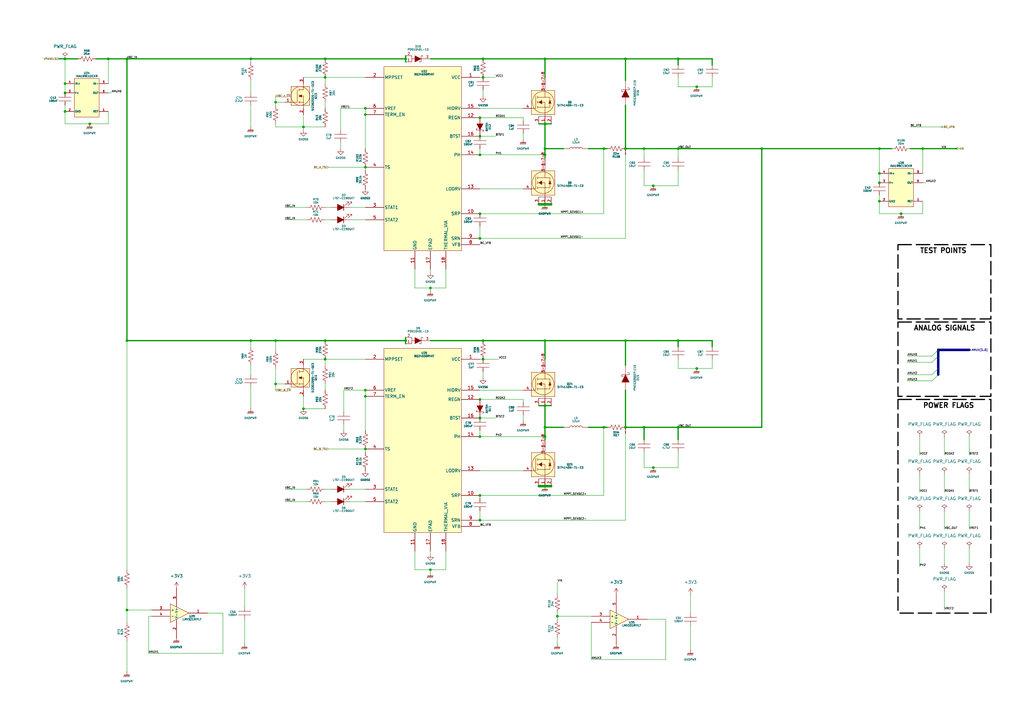
<source format=kicad_sch>
(kicad_sch (version 20231120) (generator "eeschema") (generator_version "8.0")
  (paper "A3")
  (title_block (title "Reliability Enhanced Electrical Power System") (date "2023-08-03") (rev "v0.0") (comment 1 "Davi Figueiredo <figueiredo.davi7@gmail.com> ") (comment 2 "João C. E. Barcellos <joaoclaudiobarcellos@gmail.com>") (comment 3 "Laura Debastiani <laudebastiani@gmail.com>"))
  (junction (at 198.12 147.32))
  (junction (at 176.53 233.68))
  (junction (at 102.87 139.7))
  (junction (at 223.52 24.13))
  (junction (at 278.13 139.7))
  (junction (at 102.87 24.13))
  (junction (at 196.85 97.79))
  (junction (at 223.52 166.37))
  (junction (at 196.85 171.45))
  (junction (at 124.46 52.07))
  (junction (at 26.67 38.1))
  (junction (at 26.67 45.72))
  (junction (at 378.46 60.96))
  (junction (at 285.75 35.56))
  (junction (at 149.86 160.02))
  (junction (at 256.54 139.7))
  (junction (at 196.85 48.26))
  (junction (at 223.52 199.39))
  (junction (at 196.85 87.63))
  (junction (at 124.46 167.64))
  (junction (at 267.97 191.77))
  (junction (at 52.07 250.19))
  (junction (at 278.13 24.13))
  (junction (at 223.52 60.96))
  (junction (at 256.54 60.96))
  (junction (at 113.03 157.48))
  (junction (at 133.35 147.32))
  (junction (at 369.57 87.63))
  (junction (at 278.13 60.96))
  (junction (at 166.37 139.7))
  (junction (at 176.53 118.11))
  (junction (at 149.86 46.99))
  (junction (at 247.65 175.26))
  (junction (at 196.85 213.36))
  (junction (at 36.83 50.8))
  (junction (at 44.45 24.13))
  (junction (at 26.67 34.29))
  (junction (at 360.68 71.12))
  (junction (at 113.03 41.91))
  (junction (at 264.16 60.96))
  (junction (at 133.35 31.75))
  (junction (at 223.52 179.07))
  (junction (at 360.68 82.55))
  (junction (at 256.54 24.13))
  (junction (at 267.97 76.2))
  (junction (at 198.12 24.13))
  (junction (at 52.07 139.7))
  (junction (at 223.52 83.82))
  (junction (at 312.42 60.96))
  (junction (at 223.52 50.8))
  (junction (at 149.86 68.58))
  (junction (at 196.85 179.07))
  (junction (at 149.86 44.45))
  (junction (at 149.86 184.15))
  (junction (at 166.37 24.13))
  (junction (at 198.12 139.7))
  (junction (at 360.68 74.93))
  (junction (at 196.85 163.83))
  (junction (at 223.52 139.7))
  (junction (at 113.03 139.7))
  (junction (at 52.07 24.13))
  (junction (at 196.85 203.2))
  (junction (at 228.6 252.73))
  (junction (at 149.86 162.56))
  (junction (at 26.67 24.13))
  (junction (at 264.16 175.26))
  (junction (at 196.85 63.5))
  (junction (at 247.65 60.96))
  (junction (at 133.35 24.13))
  (junction (at 223.52 63.5))
  (junction (at 196.85 55.88))
  (junction (at 198.12 31.75))
  (junction (at 360.68 60.96))
  (junction (at 285.75 151.13))
  (junction (at 133.35 139.7))
  (junction (at 278.13 175.26))
  (junction (at 256.54 175.26))
  (junction (at 223.52 175.26))
  (bus_entry (at 384.81 143.51) (size -2.54 2.54))
  (bus_entry (at 384.81 146.05) (size -2.54 2.54))
  (bus_entry (at 384.81 151.13) (size -2.54 2.54))
  (bus_entry (at 384.81 153.67) (size -2.54 2.54))
  (wire (pts (xy 278.13 69.85) (xy 278.13 76.2)))
  (wire (pts (xy 387.35 179.07) (xy 387.35 186.69)))
  (wire (pts (xy 196.85 209.55) (xy 196.85 213.36)))
  (wire (pts (xy 113.03 139.7) (xy 133.35 139.7)) (stroke (width 0.5)))
  (wire (pts (xy 102.87 43.18) (xy 102.87 52.07)))
  (wire (pts (xy 140.97 173.99) (xy 140.97 176.53)))
  (wire (pts (xy 60.96 252.73) (xy 60.96 267.97)))
  (wire (pts (xy 102.87 142.24) (xy 102.87 139.7)))
  (wire (pts (xy 278.13 31.75) (xy 278.13 35.56)))
  (wire (pts (xy 256.54 139.7) (xy 256.54 149.86)) (stroke (width 0.5)))
  (wire (pts (xy 26.67 34.29) (xy 26.67 38.1)))
  (wire (pts (xy 378.46 74.93) (xy 379.73 74.93)))
  (wire (pts (xy 256.54 60.96) (xy 264.16 60.96)) (stroke (width 0.5)))
  (wire (pts (xy 373.38 52.07) (xy 386.08 52.07)))
  (wire (pts (xy 170.18 118.11) (xy 170.18 110.49)))
  (wire (pts (xy 264.16 69.85) (xy 264.16 76.2)))
  (wire (pts (xy 102.87 33.02) (xy 102.87 38.1)))
  (wire (pts (xy 377.19 179.07) (xy 377.19 186.69)))
  (wire (pts (xy 372.11 146.05) (xy 382.27 146.05)))
  (wire (pts (xy 91.44 251.46) (xy 85.09 251.46)))
  (wire (pts (xy 170.18 233.68) (xy 170.18 226.06)))
  (wire (pts (xy 377.19 194.31) (xy 377.19 201.93)))
  (wire (pts (xy 44.45 50.8) (xy 36.83 50.8)))
  (wire (pts (xy 26.67 50.8) (xy 36.83 50.8)))
  (wire (pts (xy 360.68 87.63) (xy 369.57 87.63)))
  (wire (pts (xy 102.87 24.13) (xy 133.35 24.13)) (stroke (width 0.5)))
  (wire (pts (xy 223.52 24.13) (xy 256.54 24.13)) (stroke (width 0.5)))
  (wire (pts (xy 264.16 60.96) (xy 278.13 60.96)) (stroke (width 0.5)))
  (bus (pts (xy 384.81 143.51) (xy 384.81 146.05)) (stroke (width 1)))
  (wire (pts (xy 378.46 60.96) (xy 392.43 60.96)) (stroke (width 0.5)))
  (wire (pts (xy 52.07 24.13) (xy 102.87 24.13)) (stroke (width 0.5)))
  (wire (pts (xy 223.52 166.37) (xy 226.06 166.37)) (stroke (width 0.5)))
  (wire (pts (xy 133.35 31.75) (xy 149.86 31.75)))
  (wire (pts (xy 100.33 241.3) (xy 100.33 248.92)))
  (wire (pts (xy 166.37 138.43) (xy 166.37 139.7)) (stroke (width 0.5)))
  (wire (pts (xy 220.98 50.8) (xy 223.52 50.8)) (stroke (width 0.5)))
  (wire (pts (xy 44.45 24.13) (xy 44.45 34.29)))
  (wire (pts (xy 182.88 233.68) (xy 176.53 233.68)))
  (wire (pts (xy 26.67 43.18) (xy 26.67 45.72)))
  (wire (pts (xy 182.88 118.11) (xy 176.53 118.11)))
  (wire (pts (xy 139.7 44.45) (xy 139.7 53.34)))
  (wire (pts (xy 116.84 205.74) (xy 125.73 205.74)))
  (wire (pts (xy 283.21 256.54) (xy 283.21 266.7)))
  (wire (pts (xy 116.84 41.91) (xy 113.03 41.91)))
  (bus (pts (xy 384.81 151.13) (xy 384.81 153.67)) (stroke (width 1)))
  (wire (pts (xy 140.97 160.02) (xy 140.97 168.91)))
  (wire (pts (xy 149.86 184.15) (xy 149.86 185.42)))
  (wire (pts (xy 373.38 60.96) (xy 378.46 60.96)) (stroke (width 0.5)))
  (wire (pts (xy 113.03 50.8) (xy 113.03 52.07)))
  (wire (pts (xy 256.54 213.36) (xy 256.54 177.8)))
  (wire (pts (xy 133.35 147.32) (xy 149.86 147.32)))
  (wire (pts (xy 124.46 46.99) (xy 124.46 52.07)))
  (wire (pts (xy 267.97 76.2) (xy 278.13 76.2)))
  (bus (pts (xy 397.51 143.51) (xy 384.81 143.51)) (stroke (width 1)))
  (wire (pts (xy 214.63 163.83) (xy 214.63 165.1)))
  (wire (pts (xy 264.16 60.96) (xy 264.16 64.77)))
  (wire (pts (xy 149.86 68.58) (xy 149.86 69.85)))
  (wire (pts (xy 52.07 250.19) (xy 62.23 250.19)))
  (wire (pts (xy 196.85 87.63) (xy 247.65 87.63)))
  (wire (pts (xy 113.03 52.07) (xy 124.46 52.07)))
  (wire (pts (xy 149.86 46.99) (xy 149.86 60.96)))
  (wire (pts (xy 214.63 54.61) (xy 214.63 57.15)))
  (wire (pts (xy 52.07 262.89) (xy 52.07 275.59)))
  (wire (pts (xy 124.46 52.07) (xy 133.35 52.07)))
  (wire (pts (xy 278.13 60.96) (xy 270.51 60.96)))
  (wire (pts (xy 256.54 160.02) (xy 256.54 175.26)) (stroke (width 0.5)))
  (wire (pts (xy 256.54 175.26) (xy 264.16 175.26)) (stroke (width 0.5)))
  (wire (pts (xy 360.68 71.12) (xy 360.68 74.93)))
  (wire (pts (xy 39.37 24.13) (xy 44.45 24.13)) (stroke (width 0.5)))
  (wire (pts (xy 143.51 90.17) (xy 149.86 90.17)))
  (wire (pts (xy 264.16 175.26) (xy 264.16 180.34)) (stroke (width 0.5)))
  (wire (pts (xy 204.47 147.32) (xy 198.12 147.32)))
  (wire (pts (xy 176.53 24.13) (xy 198.12 24.13)) (stroke (width 0.5)))
  (wire (pts (xy 196.85 203.2) (xy 247.65 203.2)))
  (wire (pts (xy 278.13 151.13) (xy 285.75 151.13)))
  (wire (pts (xy 278.13 35.56) (xy 285.75 35.56)))
  (wire (pts (xy 102.87 158.75) (xy 102.87 167.64)))
  (wire (pts (xy 278.13 175.26) (xy 312.42 175.26)) (stroke (width 0.5)))
  (wire (pts (xy 256.54 24.13) (xy 278.13 24.13)) (stroke (width 0.5)))
  (wire (pts (xy 143.51 85.09) (xy 149.86 85.09)))
  (wire (pts (xy 113.03 139.7) (xy 113.03 143.51)))
  (wire (pts (xy 102.87 25.4) (xy 102.87 24.13)))
  (wire (pts (xy 360.68 87.63) (xy 360.68 82.55)))
  (wire (pts (xy 285.75 151.13) (xy 292.1 151.13)))
  (wire (pts (xy 278.13 24.13) (xy 292.1 24.13)) (stroke (width 0.5)))
  (wire (pts (xy 256.54 43.18) (xy 256.54 60.96)) (stroke (width 0.5)))
  (wire (pts (xy 223.52 175.26) (xy 231.14 175.26)) (stroke (width 0.5)))
  (wire (pts (xy 378.46 87.63) (xy 369.57 87.63)))
  (wire (pts (xy 196.85 179.07) (xy 223.52 179.07)))
  (wire (pts (xy 52.07 24.13) (xy 52.07 139.7)) (stroke (width 0.5)))
  (wire (pts (xy 52.07 139.7) (xy 52.07 233.68)))
  (wire (pts (xy 283.21 243.84) (xy 283.21 251.46)))
  (wire (pts (xy 60.96 252.73) (xy 62.23 252.73)))
  (wire (pts (xy 124.46 31.75) (xy 133.35 31.75)))
  (wire (pts (xy 26.67 24.13) (xy 31.75 24.13)) (stroke (width 0.5)))
  (wire (pts (xy 247.65 203.2) (xy 247.65 175.26)))
  (wire (pts (xy 264.16 175.26) (xy 278.13 175.26)) (stroke (width 0.5)))
  (wire (pts (xy 52.07 139.7) (xy 102.87 139.7)) (stroke (width 0.5)))
  (wire (pts (xy 134.62 184.15) (xy 149.86 184.15)))
  (wire (pts (xy 124.46 167.64) (xy 124.46 162.56)))
  (wire (pts (xy 223.52 83.82) (xy 226.06 83.82)) (stroke (width 1)))
  (wire (pts (xy 52.07 250.19) (xy 52.07 255.27)))
  (wire (pts (xy 220.98 199.39) (xy 223.52 199.39)) (stroke (width 1)))
  (wire (pts (xy 223.52 24.13) (xy 223.52 31.75)) (stroke (width 0.5)))
  (wire (pts (xy 116.84 90.17) (xy 125.73 90.17)))
  (wire (pts (xy 228.6 264.16) (xy 228.6 261.62)))
  (wire (pts (xy 133.35 24.13) (xy 166.37 24.13)) (stroke (width 0.5)))
  (wire (pts (xy 223.52 139.7) (xy 256.54 139.7)) (stroke (width 0.5)))
  (wire (pts (xy 372.11 153.67) (xy 382.27 153.67)))
  (wire (pts (xy 113.03 157.48) (xy 113.03 160.02)))
  (wire (pts (xy 44.45 38.1) (xy 45.72 38.1)))
  (wire (pts (xy 176.53 118.11) (xy 176.53 119.38)))
  (wire (pts (xy 176.53 233.68) (xy 170.18 233.68)))
  (wire (pts (xy 133.35 200.66) (xy 135.89 200.66)))
  (wire (pts (xy 292.1 31.75) (xy 292.1 35.56)))
  (wire (pts (xy 196.85 77.47) (xy 214.63 77.47)))
  (wire (pts (xy 198.12 147.32) (xy 196.85 147.32)))
  (wire (pts (xy 198.12 24.13) (xy 223.52 24.13)) (stroke (width 0.5)))
  (wire (pts (xy 247.65 87.63) (xy 247.65 60.96)))
  (wire (pts (xy 273.05 270.51) (xy 273.05 254)))
  (wire (pts (xy 241.3 175.26) (xy 247.65 175.26)) (stroke (width 0.5)))
  (bus (pts (xy 384.81 146.05) (xy 384.81 151.13)) (stroke (width 1)))
  (wire (pts (xy 196.85 176.53) (xy 196.85 179.07)))
  (wire (pts (xy 223.52 139.7) (xy 223.52 147.32)) (stroke (width 0.5)))
  (wire (pts (xy 220.98 83.82) (xy 223.52 83.82)) (stroke (width 1)))
  (wire (pts (xy 149.86 162.56) (xy 149.86 176.53)))
  (wire (pts (xy 378.46 60.96) (xy 378.46 71.12)))
  (wire (pts (xy 397.51 209.55) (xy 397.51 217.17)))
  (wire (pts (xy 196.85 92.71) (xy 196.85 97.79)))
  (wire (pts (xy 387.35 209.55) (xy 387.35 217.17)))
  (wire (pts (xy 242.57 252.73) (xy 228.6 252.73)))
  (wire (pts (xy 100.33 254) (xy 100.33 264.16)))
  (wire (pts (xy 247.65 60.96) (xy 248.92 60.96)) (stroke (width 0.5)))
  (wire (pts (xy 372.11 148.59) (xy 382.27 148.59)))
  (wire (pts (xy 214.63 48.26) (xy 214.63 49.53)))
  (wire (pts (xy 273.05 254) (xy 265.43 254)))
  (wire (pts (xy 223.52 166.37) (xy 223.52 175.26)) (stroke (width 0.5)))
  (wire (pts (xy 278.13 139.7) (xy 292.1 139.7)) (stroke (width 0.5)))
  (wire (pts (xy 256.54 24.13) (xy 256.54 33.02)) (stroke (width 0.5)))
  (wire (pts (xy 196.85 97.79) (xy 256.54 97.79)))
  (wire (pts (xy 140.97 160.02) (xy 149.86 160.02)))
  (wire (pts (xy 166.37 22.86) (xy 166.37 24.13)) (stroke (width 0.5)))
  (wire (pts (xy 278.13 185.42) (xy 278.13 191.77)))
  (wire (pts (xy 278.13 147.32) (xy 278.13 151.13)))
  (wire (pts (xy 149.86 160.02) (xy 149.86 162.56)))
  (wire (pts (xy 223.52 50.8) (xy 226.06 50.8)) (stroke (width 0.5)))
  (wire (pts (xy 278.13 24.13) (xy 278.13 26.67)) (stroke (width 0.5)))
  (wire (pts (xy 116.84 157.48) (xy 113.03 157.48)))
  (wire (pts (xy 256.54 97.79) (xy 256.54 63.5)))
  (wire (pts (xy 292.1 24.13) (xy 292.1 26.67)) (stroke (width 0.5)))
  (wire (pts (xy 134.62 68.58) (xy 149.86 68.58)))
  (wire (pts (xy 378.46 82.55) (xy 378.46 87.63)))
  (wire (pts (xy 285.75 35.56) (xy 292.1 35.56)))
  (wire (pts (xy 278.13 60.96) (xy 278.13 64.77)))
  (wire (pts (xy 228.6 252.73) (xy 228.6 254)))
  (wire (pts (xy 223.52 50.8) (xy 223.52 60.96)) (stroke (width 0.5)))
  (wire (pts (xy 312.42 60.96) (xy 360.68 60.96)) (stroke (width 0.5)))
  (wire (pts (xy 264.16 191.77) (xy 267.97 191.77)))
  (wire (pts (xy 116.84 200.66) (xy 125.73 200.66)))
  (wire (pts (xy 149.86 44.45) (xy 149.86 46.99)))
  (wire (pts (xy 116.84 85.09) (xy 125.73 85.09)))
  (wire (pts (xy 387.35 194.31) (xy 387.35 201.93)))
  (wire (pts (xy 198.12 31.75) (xy 196.85 31.75)))
  (wire (pts (xy 133.35 157.48) (xy 133.35 160.02)))
  (wire (pts (xy 176.53 233.68) (xy 176.53 234.95)))
  (wire (pts (xy 133.35 85.09) (xy 135.89 85.09)))
  (wire (pts (xy 26.67 24.13) (xy 26.67 34.29)))
  (wire (pts (xy 360.68 60.96) (xy 360.68 71.12)))
  (wire (pts (xy 102.87 139.7) (xy 113.03 139.7)) (stroke (width 0.5)))
  (wire (pts (xy 223.52 60.96) (xy 223.52 63.5)) (stroke (width 0.5)))
  (wire (pts (xy 292.1 147.32) (xy 292.1 151.13)))
  (wire (pts (xy 44.45 24.13) (xy 52.07 24.13)) (stroke (width 0.5)))
  (wire (pts (xy 372.11 156.21) (xy 382.27 156.21)))
  (wire (pts (xy 198.12 152.4) (xy 198.12 154.94)))
  (wire (pts (xy 196.85 48.26) (xy 214.63 48.26)))
  (wire (pts (xy 143.51 200.66) (xy 149.86 200.66)))
  (wire (pts (xy 133.35 205.74) (xy 135.89 205.74)))
  (wire (pts (xy 133.35 41.91) (xy 133.35 44.45)))
  (wire (pts (xy 52.07 241.3) (xy 52.07 250.19)))
  (wire (pts (xy 143.51 205.74) (xy 149.86 205.74)))
  (wire (pts (xy 223.52 63.5) (xy 223.52 64.77)) (stroke (width 0.5)))
  (wire (pts (xy 203.2 171.45) (xy 196.85 171.45)))
  (wire (pts (xy 267.97 191.77) (xy 278.13 191.77)))
  (wire (pts (xy 124.46 147.32) (xy 133.35 147.32)))
  (wire (pts (xy 196.85 163.83) (xy 214.63 163.83)))
  (wire (pts (xy 397.51 179.07) (xy 397.51 186.69)))
  (wire (pts (xy 24.13 24.13) (xy 26.67 24.13)) (stroke (width 0.5)))
  (wire (pts (xy 387.35 242.57) (xy 387.35 250.19)))
  (wire (pts (xy 241.3 60.96) (xy 247.65 60.96)) (stroke (width 0.5)))
  (wire (pts (xy 223.52 179.07) (xy 223.52 180.34)) (stroke (width 0.5)))
  (wire (pts (xy 26.67 45.72) (xy 26.67 50.8)))
  (wire (pts (xy 220.98 166.37) (xy 223.52 166.37)) (stroke (width 0.5)))
  (wire (pts (xy 113.03 41.91) (xy 113.03 43.18)))
  (wire (pts (xy 166.37 24.13) (xy 166.37 25.4)) (stroke (width 0.5)))
  (wire (pts (xy 292.1 139.7) (xy 292.1 142.24)) (stroke (width 0.5)))
  (wire (pts (xy 247.65 175.26) (xy 248.92 175.26)) (stroke (width 0.5)))
  (wire (pts (xy 360.68 80.01) (xy 360.68 82.55)))
  (wire (pts (xy 176.53 110.49) (xy 176.53 111.76)))
  (wire (pts (xy 223.52 60.96) (xy 231.14 60.96)) (stroke (width 0.5)))
  (wire (pts (xy 196.85 63.5) (xy 223.52 63.5)))
  (wire (pts (xy 377.19 209.55) (xy 377.19 217.17)))
  (wire (pts (xy 124.46 52.07) (xy 124.46 53.34)))
  (wire (pts (xy 278.13 175.26) (xy 278.13 180.34)) (stroke (width 0.5)))
  (wire (pts (xy 223.52 175.26) (xy 223.52 179.07)) (stroke (width 0.5)))
  (wire (pts (xy 360.68 60.96) (xy 365.76 60.96)) (stroke (width 0.5)))
  (wire (pts (xy 133.35 147.32) (xy 133.35 149.86)))
  (wire (pts (xy 176.53 226.06) (xy 176.53 227.33)))
  (wire (pts (xy 198.12 139.7) (xy 223.52 139.7)) (stroke (width 0.5)))
  (wire (pts (xy 203.2 31.75) (xy 198.12 31.75)))
  (wire (pts (xy 166.37 139.7) (xy 166.37 140.97)) (stroke (width 0.5)))
  (wire (pts (xy 377.19 224.79) (xy 377.19 232.41)))
  (wire (pts (xy 133.35 31.75) (xy 133.35 34.29)))
  (wire (pts (xy 91.44 251.46) (xy 91.44 267.97)))
  (wire (pts (xy 196.85 213.36) (xy 256.54 213.36)))
  (wire (pts (xy 133.35 139.7) (xy 166.37 139.7)) (stroke (width 0.5)))
  (wire (pts (xy 196.85 44.45) (xy 214.63 44.45)))
  (wire (pts (xy 228.6 251.46) (xy 228.6 252.73)))
  (wire (pts (xy 223.52 199.39) (xy 226.06 199.39)) (stroke (width 1)))
  (wire (pts (xy 278.13 60.96) (xy 312.42 60.96)) (stroke (width 0.5)))
  (wire (pts (xy 214.63 170.18) (xy 214.63 172.72)))
  (wire (pts (xy 60.96 267.97) (xy 91.44 267.97)))
  (wire (pts (xy 397.51 194.31) (xy 397.51 201.93)))
  (wire (pts (xy 278.13 139.7) (xy 278.13 142.24)) (stroke (width 0.5)))
  (wire (pts (xy 139.7 58.42) (xy 139.7 60.96)))
  (wire (pts (xy 397.51 224.79) (xy 397.51 231.14)))
  (wire (pts (xy 242.57 255.27) (xy 242.57 270.51)))
  (wire (pts (xy 44.45 45.72) (xy 44.45 50.8)))
  (wire (pts (xy 182.88 226.06) (xy 182.88 233.68)))
  (wire (pts (xy 312.42 175.26) (xy 312.42 60.96)) (stroke (width 0.5)))
  (wire (pts (xy 176.53 118.11) (xy 170.18 118.11)))
  (wire (pts (xy 256.54 139.7) (xy 278.13 139.7)) (stroke (width 0.5)))
  (wire (pts (xy 196.85 160.02) (xy 214.63 160.02)))
  (wire (pts (xy 387.35 224.79) (xy 387.35 231.14)))
  (wire (pts (xy 139.7 44.45) (xy 149.86 44.45)))
  (wire (pts (xy 203.2 55.88) (xy 196.85 55.88)))
  (wire (pts (xy 176.53 139.7) (xy 198.12 139.7)) (stroke (width 0.5)))
  (wire (pts (xy 113.03 39.37) (xy 113.03 41.91)))
  (wire (pts (xy 242.57 270.51) (xy 273.05 270.51)))
  (wire (pts (xy 182.88 110.49) (xy 182.88 118.11)))
  (wire (pts (xy 133.35 90.17) (xy 135.89 90.17)))
  (wire (pts (xy 196.85 193.04) (xy 214.63 193.04)))
  (wire (pts (xy 196.85 203.2) (xy 196.85 204.47)))
  (wire (pts (xy 198.12 36.83) (xy 198.12 39.37)))
  (wire (pts (xy 113.03 151.13) (xy 113.03 157.48)))
  (wire (pts (xy 228.6 238.76) (xy 228.6 243.84)))
  (wire (pts (xy 133.35 167.64) (xy 124.46 167.64)))
  (wire (pts (xy 264.16 76.2) (xy 267.97 76.2)))
  (wire (pts (xy 196.85 60.96) (xy 196.85 63.5)))
  (wire (pts (xy 264.16 185.42) (xy 264.16 191.77)))
  (wire (pts (xy 102.87 149.86) (xy 102.87 153.67)))
  (rectangle (start 368.3 163.83) (end 406.4 251.46) (stroke (width 0.5) (type dash) (color 0 0 0 1)))
  (rectangle (start 368.3 100.33) (end 406.4 130.81) (stroke (width 0.5) (type dash) (color 0 0 0 1)))
  (rectangle (start 368.3 132.08) (end 406.4 162.56) (stroke (width 0.5) (type dash) (color 0 0 0 1)))
  (text "ANALOG SIGNALS" (at 374.65 135.89 0) (effects (font (size 2 2) (thickness 0.4) (bold yes)) (justify left bottom)))
  (text "POWER FLAGS\n" (at 378.46 167.64 0) (effects (font (size 2 2) (thickness 0.4) (bold yes)) (justify left bottom)))
  (text "TEST POINTS" (at 377.19 104.14 0) (effects (font (size 2 2) (thickness 0.4) (bold yes)) (justify left bottom)))
  (label "REGN2" (at 203.2 163.83 0) (effects (font (size 0.8 0.8))))
  (label "MPPT_SENSE1-" (at 229.87 97.79 0) (effects (font (size 0.8 0.8))))
  (label "AMUX3" (at 242.57 270.51 0) (effects (font (size 0.8 0.8))))
  (label "BC_VFB" (at 373.38 52.07 0) (effects (font (size 0.8 0.8))))
  (label "VBC_OUT" (at 278.13 60.96 0) (effects (font (size 0.8 0.8))))
  (label "VBC_OUT" (at 278.13 175.26 0) (effects (font (size 0.8 0.8))))
  (label "VREF2" (at 387.35 250.19 0) (effects (font (size 0.8 0.8))))
  (label "PH2" (at 203.2 179.07 0) (effects (font (size 0.8 0.8))))
  (label "AMUX0" (at 45.72 38.1 0) (effects (font (size 0.8 0.8))))
  (label "VIN" (at 228.6 238.76 0) (effects (font (size 0.8 0.8))))
  (label "VBC_IN" (at 116.84 205.74 0) (effects (font (size 0.8 0.8))))
  (label "AMUX2" (at 379.73 74.93 0) (effects (font (size 0.8 0.8))))
  (label "REGN1" (at 387.35 201.93 0) (effects (font (size 0.8 0.8))))
  (label "VCC1" (at 377.19 201.93 0) (effects (font (size 0.8 0.8))))
  (label "AMUX1" (at 60.96 267.97 0) (effects (font (size 0.8 0.8))))
  (label "AMUX2" (at 372.11 153.67 0) (effects (font (size 0.8 0.8))))
  (label "PH1" (at 377.19 217.17 0) (effects (font (size 0.8 0.8))))
  (label "VREF2" (at 140.97 160.02 0) (effects (font (size 0.8 0.8))))
  (label "VREF1" (at 397.51 217.17 0) (effects (font (size 0.8 0.8))))
  (label "MPPT_SENSE1+" (at 229.87 87.63 0) (effects (font (size 0.8 0.8))))
  (label "VBC_IN" (at 116.84 85.09 0) (effects (font (size 0.8 0.8))))
  (label "MPPT_SENSE2+" (at 231.14 203.2 0) (effects (font (size 0.8 0.8))))
  (label "BC_VFB" (at 196.85 215.9 0) (effects (font (size 0.8 0.8))))
  (label "VBC_IN" (at 52.07 24.13 0) (effects (font (size 0.8 0.8))))
  (label "PH2" (at 377.19 232.41 0) (effects (font (size 0.8 0.8))))
  (label "AMUX3" (at 372.11 156.21 0) (effects (font (size 0.8 0.8))))
  (label "VBC_IN" (at 116.84 90.17 0) (effects (font (size 0.8 0.8))))
  (label "VBC_IN" (at 116.84 200.66 0) (effects (font (size 0.8 0.8))))
  (label "VCC2" (at 204.47 147.32 0) (effects (font (size 0.8 0.8))))
  (label "BTST1" (at 397.51 201.93 0) (effects (font (size 0.8 0.8))))
  (label "VBC_OUT" (at 387.35 217.17 0) (effects (font (size 0.8 0.8))))
  (label "AMUX0" (at 372.11 146.05 0) (effects (font (size 0.8 0.8))))
  (label "REGN2" (at 387.35 186.69 0) (effects (font (size 0.8 0.8))))
  (label "BTST1" (at 203.2 55.88 0) (effects (font (size 0.8 0.8))))
  (label "VCC2" (at 377.19 186.69 0) (effects (font (size 0.8 0.8))))
  (label "VCC1" (at 203.2 31.75 0) (effects (font (size 0.8 0.8))))
  (label "BTST2" (at 203.2 171.45 0) (effects (font (size 0.8 0.8))))
  (label "BTST2" (at 397.51 186.69 0) (effects (font (size 0.8 0.8))))
  (label "VIN" (at 386.08 60.96 0) (effects (font (size 0.8 0.8))))
  (label "PH1" (at 203.2 63.5 0) (effects (font (size 0.8 0.8))))
  (label "BC_VFB" (at 196.85 100.33 0) (effects (font (size 0.8 0.8))))
  (label "VREF1" (at 139.7 44.45 0) (effects (font (size 0.8 0.8))))
  (label "MPPT_SENSE2-" (at 231.14 213.36 0) (effects (font (size 0.8 0.8))))
  (label "REGN1" (at 203.2 48.26 0) (effects (font (size 0.8 0.8))))
  (label "AMUX1" (at 372.11 148.59 0) (effects (font (size 0.8 0.8))))
  (hierarchical_label "BC_A_TS" (shape input) (at 134.62 68.58 180) (effects (font (size 0.8 0.8))))
  (hierarchical_label "BC_VFB" (shape bidirectional) (at 386.08 52.07 0) (effects (font (size 0.8 0.8))))
  (hierarchical_label "BC_B_TS" (shape input) (at 134.62 184.15 180) (effects (font (size 0.8 0.8))))
  (hierarchical_label "AMUX[3..0]" (shape output) (at 397.51 143.51 0) (effects (font (size 0.8 0.8))))
  (hierarchical_label "VIN" (shape output) (at 392.43 60.96 0) (effects (font (size 0.8 0.8))))
  (hierarchical_label "BC_A_~{EN}" (shape input) (at 113.03 39.37 0) (effects (font (size 0.8 0.8))))
  (hierarchical_label "VPANELS" (shape input) (at 24.13 24.13 180) (effects (font (size 0.8 0.8))))
  (hierarchical_label "BC_B_~{EN}" (shape input) (at 113.03 160.02 0) (effects (font (size 0.8 0.8))))
  (symbol (lib_id "GNDS6:GNDS6") (at 149.86 193.04 0) (unit 1)
    (property "Reference" "#PWR085" (effects (hide yes)))
    (property "Value" "GNDS6" (at 149.86 196.85 0) (effects (font (size 0.8 0.8))))
    (property "Description" "Power symbol creates a global label with name \"GNDS\" , signal ground" (effects (hide yes)))
  )
  (symbol (lib_id "C0805C105K5RACTU:C0805C105K5RACTU") (at 292.1 144.78 0) (unit 1)
    (property "Reference" "C87" (at 287.274 144.272 0) (effects (font (size 0.8 0.8))))
    (property "Value" "1uF" (at 287.274 145.542 0) (effects (font (size 0.8 0.8))))
    (property "Footprint" "footprints:CAP0805" (effects (hide yes)))
    (property "Datasheet" "http://www.kemet.com/Lists/ProductCatalog/Attachments/53/KEM_C1002_X7R_SMD.pdf" (effects (hide yes)))
    (property "Description" "Capacitor, 1uF, 5%" (effects (hide yes)))
    (property "Package" "SMD 0805" (effects (hide yes)))
    (property "Manufacturer" "KEMET" (effects (hide yes)))
    (property "MPN" "C0805C105K5RACTU" (effects (hide yes)))
    (instances (project "eps-re_project" (path "" (reference "C87") (unit 1))) (project "EPSpg3" (path "" (reference "C23") (unit 1))))
  )
  (symbol (lib_id "CRCW060330K1FKEAHP:CRCW060330K1FKEAHP") (at 149.86 73.66 90) (unit 1)
    (property "Reference" "R99" (at 146.558 73.66 0) (effects (font (size 0.8 0.8))))
    (property "Value" "30.1k" (at 147.828 73.66 0) (effects (font (size 0.8 0.8))))
    (property "Footprint" "footprints:RES0603" (effects (hide yes)))
    (property "Datasheet" "https://www.vishay.com/docs/20043/crcwhpe3.pdf" (effects (hide yes)))
    (property "Description" "Resistor, 0.33W, 30.1k, 1%" (effects (hide yes)))
    (property "MPN" "CRCW060330K1FKEAHP" (effects (hide yes)))
    (property "Manufacturer" "Vishay" (effects (hide yes)))
    (property "Package" "SMD 0603" (effects (hide yes)))
  )
  (symbol (lib_id "744770112:744770112") (at 228.6 60.96 0) (unit 1)
    (property "Reference" "L3" (at 236.22 57.15 0) (effects (font (size 0.8 0.8))))
    (property "Value" "12uH" (at 236.22 58.42 0) (effects (font (size 0.8 0.8))))
    (property "Footprint" "footprints:744770112" (effects (hide yes)))
    (property "Datasheet" "https://www.we-online.com/components/products/datasheet/744770112.pdf" (effects (hide yes)))
    (property "Manufacturer" "Wurth Elektronik" (effects (hide yes)))
    (property "MPN" "744770112" (effects (hide yes)))
    (property "Package" "Non-standard" (effects (hide yes)))
    (instances (project "eps-re_project" (path "" (reference "L3") (unit 1))) (project "EPSpg3" (path "" (reference "L2") (unit 1))))
  )
  (symbol (lib_id "C0603C104K5RACTU:C0603C104K5RACTU") (at 26.67 40.64 0) (unit 1)
    (property "Reference" "C43" (at 21.844 40.132 0) (effects (font (size 0.8 0.8))))
    (property "Value" "100nF" (at 21.844 41.402 0) (effects (font (size 0.8 0.8))))
    (property "Footprint" "footprints:CAP0603" (effects (hide yes)))
    (property "Datasheet" "https://br.mouser.com/datasheet/2/447/KEM_C1002_X7R_SMD-3316098.pdf" (effects (hide yes)))
    (property "Description" "Capacitor, 100nF, 5%" (effects (hide yes)))
    (property "Manufacturer" "KEMET" (effects (hide yes)))
    (property "MPN" "C0603C104K5RACTU" (effects (hide yes)))
    (property "Package" "SMD 0603" (effects (hide yes)))
    (instances (project "eps-re_project" (path "" (reference "C43") (unit 1))) (project "EPS Analogico" (path "" (reference "C1") (unit 1))))
  )
  (symbol (lib_id "power:GNDPWR") (at 223.52 83.82 0) (unit 1)
    (property "Reference" "#PWR022" (effects (hide yes)))
    (property "Value" "GNDPWR" (at 223.393 87.63 0) (effects (font (size 0.8 0.8))))
    (property "Description" "Power symbol creates a global label with name \"GNDPWR\" , global ground" (effects (hide yes)))
  )
  (symbol (lib_id "power:GNDPWR") (at 102.87 52.07 0) (unit 1)
    (property "Reference" "#PWR077" (effects (hide yes)))
    (property "Value" "GNDPWR" (at 102.743 55.88 0) (effects (font (size 0.8 0.8))))
    (property "Description" "Power symbol creates a global label with name \"GNDPWR\" , global ground" (effects (hide yes)))
  )
  (symbol (lib_id "C0805C105K5RACTU:C0805C105K5RACTU") (at 139.7 55.88 0) (unit 1)
    (property "Reference" "C76" (at 134.874 55.372 0) (effects (font (size 0.8 0.8))))
    (property "Value" "1uF" (at 134.874 56.642 0) (effects (font (size 0.8 0.8))))
    (property "Footprint" "footprints:CAP0805" (effects (hide yes)))
    (property "Datasheet" "http://www.kemet.com/Lists/ProductCatalog/Attachments/53/KEM_C1002_X7R_SMD.pdf" (effects (hide yes)))
    (property "Description" "Capacitor, 1uF, 5%" (effects (hide yes)))
    (property "Package" "SMD 0805" (effects (hide yes)))
    (property "Manufacturer" "KEMET" (effects (hide yes)))
    (property "MPN" "C0805C105K5RACTU" (effects (hide yes)))
    (instances (project "eps-re_project" (path "" (reference "C76") (unit 1))) (project "EPSpg3" (path "" (reference "C6") (unit 1))))
  )
  (symbol (lib_id "CRCW080520K0FKEAHP:CRCW080520K0FKEAHP") (at 133.35 38.1 90) (unit 1)
    (property "Reference" "R87" (at 135.636 38.1 0) (effects (font (size 0.8 0.8))))
    (property "Value" "20k" (at 136.906 38.1 0) (effects (font (size 0.8 0.8))))
    (property "Footprint" "footprints:RES0805" (effects (hide yes)))
    (property "Datasheet" "https://www.vishay.com/docs/20043/crcwhpe3.pdf" (effects (hide yes)))
    (property "Description" "Resistor, 0.5W, 20k, 1%" (effects (hide yes)))
    (property "MPN" "CRCW080520K0FKEAHP" (effects (hide yes)))
    (property "Package" "SMD 0805" (effects (hide yes)))
    (property "Manufacturer" "Vishay" (effects (hide yes)))
  )
  (symbol (lib_id "C0603C104K5RACTU:C0603C104K5RACTU") (at 283.21 254 0) (unit 1)
    (property "Reference" "C91" (at 278.384 253.492 0) (effects (font (size 0.8 0.8))))
    (property "Value" "100nF" (at 278.384 254.762 0) (effects (font (size 0.8 0.8))))
    (property "Footprint" "footprints:CAP0603" (effects (hide yes)))
    (property "Datasheet" "https://br.mouser.com/datasheet/2/447/KEM_C1002_X7R_SMD-3316098.pdf" (effects (hide yes)))
    (property "Description" "Capacitor, 100nF, 5%" (effects (hide yes)))
    (property "Manufacturer" "KEMET" (effects (hide yes)))
    (property "MPN" "C0603C104K5RACTU" (effects (hide yes)))
    (property "Package" "SMD 0603" (effects (hide yes)))
    (instances (project "eps-re_project" (path "" (reference "C91") (unit 1))) (project "EPSpg3" (path "" (reference "C21") (unit 1))))
  )
  (symbol (lib_id "power:PWR_FLAG") (at 387.35 209.55 0) (unit 1)
    (property "Reference" "#FLG016" (effects (hide yes)))
    (property "Value" "PWR_FLAG" (at 387.35 204.47 0))
    (property "Description" "Special symbol for telling ERC where power comes from" (effects (hide yes)))
  )
  (symbol (lib_id "power:GNDPWR") (at 176.53 234.95 0) (unit 1)
    (property "Reference" "#PWR0102" (effects (hide yes)))
    (property "Value" "GNDPWR" (at 176.403 238.76 0) (effects (font (size 0.8 0.8))))
    (property "Description" "Power symbol creates a global label with name \"GNDPWR\" , global ground" (effects (hide yes)))
  )
  (symbol (lib_id "RC0805FR-0710KL:RC0805FR-0710KL") (at 129.54 200.66 0) (unit 1)
    (property "Reference" "R94" (at 129.54 197.358 0) (effects (font (size 0.8 0.8))))
    (property "Value" "10k" (at 129.54 198.628 0) (effects (font (size 0.8 0.8))))
    (property "Footprint" "footprints:RES0805" (effects (hide yes)))
    (property "Datasheet" "https://br.mouser.com/datasheet/2/447/YAGEO_PYu_RC_Group_51_RoHS_L_12-3313492.pdf" (effects (hide yes)))
    (property "Description" "Resistor, 0.125W, 10k, 1%" (effects (hide yes)))
    (property "Manufacturer" "YAGEO" (effects (hide yes)))
    (property "MPN" "RC0805FR-0710KL" (effects (hide yes)))
    (property "Package" "SMD 0805" (effects (hide yes)))
    (instances (project "eps-re_project" (path "" (reference "R94") (unit 1))) (project "EPSpg3" (path "" (reference "R13") (unit 1))))
  )
  (symbol (lib_id "power:GNDPWR") (at 102.87 167.64 0) (unit 1)
    (property "Reference" "#PWR074" (effects (hide yes)))
    (property "Value" "GNDPWR" (at 102.743 171.45 0) (effects (font (size 0.8 0.8))))
    (property "Description" "Power symbol creates a global label with name \"GNDPWR\" , global ground" (effects (hide yes)))
  )
  (symbol (lib_id "C0603C104K5RACTU:C0603C104K5RACTU") (at 196.85 207.01 0) (unit 1)
    (property "Reference" "C79" (at 192.024 206.502 0) (effects (font (size 0.8 0.8))))
    (property "Value" "100nF" (at 192.024 207.772 0) (effects (font (size 0.8 0.8))))
    (property "Footprint" "footprints:CAP0603" (effects (hide yes)))
    (property "Datasheet" "https://br.mouser.com/datasheet/2/447/KEM_C1002_X7R_SMD-3316098.pdf" (effects (hide yes)))
    (property "Description" "Capacitor, 100nF, 5%" (effects (hide yes)))
    (property "Manufacturer" "KEMET" (effects (hide yes)))
    (property "MPN" "C0603C104K5RACTU" (effects (hide yes)))
    (property "Package" "SMD 0603" (effects (hide yes)))
    (instances (project "eps-re_project" (path "" (reference "C79") (unit 1))) (project "EPSpg3" (path "" (reference "C13") (unit 1))))
  )
  (symbol (lib_id "power:GNDPWR") (at 252.73 264.16 0) (unit 1)
    (property "Reference" "#PWR0113" (effects (hide yes)))
    (property "Value" "GNDPWR" (at 252.603 267.97 0) (effects (font (size 0.8 0.8))))
    (property "Description" "Power symbol creates a global label with name \"GNDPWR\" , global ground" (effects (hide yes)))
  )
  (symbol (lib_id "SI7414DN-T1-E3:SI7414DN-T1-E3") (at 223.52 185.42 0) (unit 1)
    (property "Reference" "Q25" (at 233.68 190.5 0) (effects (font (size 0.8 0.8))))
    (property "Value" "SI7414DN-T1-E3" (at 233.934 191.77 0) (effects (font (size 0.8 0.8))))
    (property "Footprint" "footprints:SI7414DN-T1-E3" (effects (hide yes)))
    (property "Datasheet" "http://www.vishay.com/docs/71738/71738.pdf" (effects (hide yes)))
    (property "Manufacturer" "Vishay" (effects (hide yes)))
    (property "Package" "PowerPAK1212-8" (effects (hide yes)))
    (property "MPN" "SI7414DN-T1-E3" (effects (hide yes)))
  )
  (symbol (lib_id "power:GNDPWR") (at 100.33 264.16 0) (unit 1)
    (property "Reference" "#PWR043" (effects (hide yes)))
    (property "Value" "GNDPWR" (at 100.203 267.97 0) (effects (font (size 0.8 0.8))))
    (property "Description" "Power symbol creates a global label with name \"GNDPWR\" , global ground" (effects (hide yes)))
  )
  (symbol (lib_id "CRCW080520K0FKEAHP:CRCW080520K0FKEAHP") (at 133.35 163.83 90) (unit 1)
    (property "Reference" "R93" (at 130.048 163.83 0) (effects (font (size 0.8 0.8))))
    (property "Value" "20k" (at 131.318 163.83 0) (effects (font (size 0.8 0.8))))
    (property "Footprint" "footprints:RES0805" (effects (hide yes)))
    (property "Datasheet" "https://www.vishay.com/docs/20043/crcwhpe3.pdf" (effects (hide yes)))
    (property "Description" "Resistor, 0.5W, 20k, 1%" (effects (hide yes)))
    (property "MPN" "CRCW080520K0FKEAHP" (effects (hide yes)))
    (property "Package" "SMD 0805" (effects (hide yes)))
    (property "Manufacturer" "Vishay" (effects (hide yes)))
  )
  (symbol (lib_id "power:PWR_FLAG") (at 387.35 194.31 0) (unit 1)
    (property "Reference" "#FLG04" (effects (hide yes)))
    (property "Value" "PWR_FLAG" (at 387.35 189.23 0))
    (property "Description" "Special symbol for telling ERC where power comes from" (effects (hide yes)))
  )
  (symbol (lib_id "C1210C106K5RACTU:C1210C106K5RACTU") (at 264.16 67.31 0) (unit 1)
    (property "Reference" "C89" (at 259.334 66.802 0) (effects (font (size 0.8 0.8))))
    (property "Value" "10uF" (at 259.334 68.072 0) (effects (font (size 0.8 0.8))))
    (property "Footprint" "footprints:CAP1210" (effects (hide yes)))
    (property "Datasheet" "https://content.kemet.com/datasheets/KEM_C1002_X7R_SMD.pdf" (effects (hide yes)))
    (property "Description" "Capacitor, 10uF, 5%" (effects (hide yes)))
    (property "Manufacturer" "KEMET" (effects (hide yes)))
    (property "Package" "SMD 0603" (effects (hide yes)))
    (property "MPN" "C1210C106K5RACTU" (effects (hide yes)))
    (instances (project "eps-re_project" (path "" (reference "C89") (unit 1))) (project "EPSpg3" (path "" (reference "C19") (unit 1))))
  )
  (symbol (lib_id "LMV321RIYLT:LMV321RIYLT") (at 252.73 255.27 0) (unit 1)
    (property "Reference" "U35" (at 259.08 255.27 0) (effects (font (size 0.8 0.8))))
    (property "Value" "LMV321RIYLT" (at 259.08 256.54 0) (effects (font (size 0.8 0.8))))
    (property "Footprint" "footprints:LMV321RIYLT" (effects (hide yes)))
    (property "Datasheet" "https://br.mouser.com/datasheet/2/389/lmv321-1849557.pdf" (effects (hide yes)))
    (property "MPN" "LMV321RIYLT" (effects (hide yes)))
    (property "Package" "SOT-23-5 " (effects (hide yes)))
    (property "Manufacturer" "STMicroelectronics " (effects (hide yes)))
    (instances (project "eps-re_project" (path "" (reference "U35") (unit 1))) (project "EPSpg3" (path "" (reference "U7") (unit 1))))
  )
  (symbol (lib_id "SI2302DDS-T1-GE3:SI2302DDS-T1-GE3") (at 116.84 157.48 0) (unit 1)
    (property "Reference" "Q10" (at 129.54 154.94 90) (effects (font (size 0.8 0.8))))
    (property "Value" "SI2302DDS-T1-GE3" (at 128.27 154.94 90) (effects (font (size 0.8 0.8))))
    (property "Footprint" "footprints:SI2302DDS-T1-GE3" (effects (hide yes)))
    (property "Datasheet" "http://www.vishay.com/docs/63653/si2302dds.pdf" (effects (hide yes)))
    (property "Manufacturer" "Vishay" (effects (hide yes)))
    (property "MPN" "SI2302DDS-T1-GE3" (effects (hide yes)))
    (property "Package" "SOT-23-3 " (effects (hide yes)))
  )
  (symbol (lib_id "power:PWR_FLAG") (at 397.51 194.31 0) (unit 1)
    (property "Reference" "#FLG013" (effects (hide yes)))
    (property "Value" "PWR_FLAG" (at 397.51 189.23 0))
    (property "Description" "Special symbol for telling ERC where power comes from" (effects (hide yes)))
  )
  (symbol (lib_id "CRCW080520K0FKEAHP:CRCW080520K0FKEAHP") (at 133.35 48.26 90) (unit 1)
    (property "Reference" "R15" (at 130.048 48.26 0) (effects (font (size 0.8 0.8))))
    (property "Value" "20k" (at 131.318 48.26 0) (effects (font (size 0.8 0.8))))
    (property "Footprint" "footprints:RES0805" (effects (hide yes)))
    (property "Datasheet" "https://www.vishay.com/docs/20043/crcwhpe3.pdf" (effects (hide yes)))
    (property "Description" "Resistor, 0.5W, 20k, 1%" (effects (hide yes)))
    (property "MPN" "CRCW080520K0FKEAHP" (effects (hide yes)))
    (property "Package" "SMD 0805" (effects (hide yes)))
    (property "Manufacturer" "Vishay" (effects (hide yes)))
  )
  (symbol (lib_id "power:PWR_FLAG") (at 397.51 209.55 0) (unit 1)
    (property "Reference" "#FLG017" (effects (hide yes)))
    (property "Value" "PWR_FLAG" (at 397.51 204.47 0))
    (property "Description" "Special symbol for telling ERC where power comes from" (effects (hide yes)))
  )
  (symbol (lib_id "power:PWR_FLAG") (at 377.19 194.31 0) (unit 1)
    (property "Reference" "#FLG02" (effects (hide yes)))
    (property "Value" "PWR_FLAG" (at 377.19 189.23 0))
    (property "Description" "Special symbol for telling ERC where power comes from" (effects (hide yes)))
  )
  (symbol (lib_id "JUMPER:JUMPER") (at 256.54 62.23 90) (unit 1)
    (property "Reference" "JP5" (effects (hide yes)))
    (property "Value" "N/A" (effects (hide yes)))
    (property "Footprint" "footprints:Jumper" (effects (hide yes)))
    (property "Datasheet" "N/A" (effects (hide yes)))
    (property "Description" "It's not a component, it's just a trick to give different names to the same NET" (effects (hide yes)))
    (property "MPN" "N/A" (effects (hide yes)))
    (property "Manufacturer" "N/A" (effects (hide yes)))
    (property "Package" "N/A" (effects (hide yes)))
  )
  (symbol (lib_id "CRCW060330K0FKEAHP:CRCW060330K0FKEAHP") (at 52.07 237.49 90) (unit 1)
    (property "Reference" "R85" (at 48.768 237.49 0) (effects (font (size 0.8 0.8))))
    (property "Value" "30k" (at 50.038 237.49 0) (effects (font (size 0.8 0.8))))
    (property "Footprint" "footprints:RES0603" (effects (hide yes)))
    (property "Datasheet" "https://www.vishay.com/docs/20043/crcwhpe3.pdf" (effects (hide yes)))
    (property "Description" "Resistor, 0.33W, 30k, 1%" (effects (hide yes)))
    (property "MPN" "CRCW060330K0FKEAHP" (effects (hide yes)))
    (property "Package" "SMD 0603" (effects (hide yes)))
    (property "Manufacturer" "Vishay" (effects (hide yes)))
    (instances (project "eps-re_project" (path "" (reference "R85") (unit 1))) (project "EPSpg3" (path "" (reference "R2") (unit 1))))
  )
  (symbol (lib_id "power:+3V3") (at 283.21 243.84 0) (unit 1)
    (property "Reference" "#PWR0112" (effects (hide yes)))
    (property "Value" "+3V3" (at 283.21 238.76 0))
    (property "Description" "Power symbol creates a global label with name \"+3V3\"" (effects (hide yes)))
    (instances (project "eps-re_project" (path "" (reference "#PWR0112") (unit 1))) (project "EPSpg3" (path "" (reference "#PWR033") (unit 1))))
  )
  (symbol (lib_id "BAT54:BAT54") (at 196.85 52.07 270) (unit 1)
    (property "Reference" "D12" (at 200.914 52.07 0) (effects (font (size 0.8 0.8))))
    (property "Value" "BAT54" (at 199.644 52.07 0) (effects (font (size 0.8 0.8))))
    (property "Footprint" "footprints:BAT54" (effects (hide yes)))
    (property "Datasheet" "https://www.rectron.com/data_sheets/bat54.pdf" (effects (hide yes)))
    (property "Manufacturer" "Rectron" (effects (hide yes)))
    (property "MPN" "BAT54" (effects (hide yes)))
    (property "Package" "SOT-23" (effects (hide yes)))
    (instances (project "eps-re_project" (path "" (reference "D12") (unit 1))) (project "EPSpg3" (path "" (reference "D8") (unit 1))))
  )
  (symbol (lib_id "power:GNDPWR") (at 369.57 87.63 0) (unit 1)
    (property "Reference" "#PWR023" (effects (hide yes)))
    (property "Value" "GNDPWR" (at 369.443 91.44 0) (effects (font (size 0.8 0.8))))
    (property "Description" "Power symbol creates a global label with name \"GNDPWR\" , global ground" (effects (hide yes)))
  )
  (symbol (lib_id "C0603C104K5RACTU:C0603C104K5RACTU") (at 100.33 251.46 0) (unit 1)
    (property "Reference" "C56" (at 95.504 250.952 0) (effects (font (size 0.8 0.8))))
    (property "Value" "100nF" (at 95.504 252.222 0) (effects (font (size 0.8 0.8))))
    (property "Footprint" "footprints:CAP0603" (effects (hide yes)))
    (property "Datasheet" "https://br.mouser.com/datasheet/2/447/KEM_C1002_X7R_SMD-3316098.pdf" (effects (hide yes)))
    (property "Description" "Capacitor, 100nF, 5%" (effects (hide yes)))
    (property "Manufacturer" "KEMET" (effects (hide yes)))
    (property "MPN" "C0603C104K5RACTU" (effects (hide yes)))
    (property "Package" "SMD 0603" (effects (hide yes)))
    (instances (project "eps-re_project" (path "" (reference "C56") (unit 1))) (project "EPSpg3" (path "" (reference "C1") (unit 1))))
  )
  (symbol (lib_id "power:GNDPWR") (at 267.97 76.2 0) (unit 1)
    (property "Reference" "#PWR0110" (effects (hide yes)))
    (property "Value" "GNDPWR" (at 267.843 80.01 0) (effects (font (size 0.8 0.8))))
    (property "Description" "Power symbol creates a global label with name \"GNDPWR\" , global ground" (effects (hide yes)))
  )
  (symbol (lib_id "C0805C105K5RACTU:C0805C105K5RACTU") (at 292.1 29.21 0) (unit 1)
    (property "Reference" "C93" (at 287.274 28.702 0) (effects (font (size 0.8 0.8))))
    (property "Value" "1uF" (at 287.274 29.972 0) (effects (font (size 0.8 0.8))))
    (property "Footprint" "footprints:CAP0805" (effects (hide yes)))
    (property "Datasheet" "http://www.kemet.com/Lists/ProductCatalog/Attachments/53/KEM_C1002_X7R_SMD.pdf" (effects (hide yes)))
    (property "Description" "Capacitor, 1uF, 5%" (effects (hide yes)))
    (property "Package" "SMD 0805" (effects (hide yes)))
    (property "Manufacturer" "KEMET" (effects (hide yes)))
    (property "MPN" "C0805C105K5RACTU" (effects (hide yes)))
    (instances (project "eps-re_project" (path "" (reference "C93") (unit 1))) (project "EPSpg3" (path "" (reference "C23") (unit 1))))
  )
  (symbol (lib_id "LTST-C190GKT:LTST-C190GKT") (at 133.35 96.52 0) (unit 1)
    (property "Reference" "D3" (at 140.97 92.71 0) (effects (font (size 0.8 0.8))))
    (property "Value" "LTST-C190GKT" (at 140.97 93.98 0) (effects (font (size 0.8 0.8))))
    (property "Footprint" "footprints:LTST-C190GKT" (effects (hide yes)))
    (property "Datasheet" "https://media.digikey.com/pdf/Data%20Sheets/Lite-On%20PDFs/LTST-C190GKT.pdf" (effects (hide yes)))
    (property "Manufacturer" "Lite-On" (effects (hide yes)))
    (property "Package" "SMD 0603" (effects (hide yes)))
    (property "MPN" "LTST-C190GKT" (effects (hide yes)))
  )
  (symbol (lib_id "BQ24650RVAT:BQ24650RVAT") (at 115.57 250.19 0) (unit 1)
    (property "Reference" "U28" (at 173.99 144.78 0) (effects (font (size 0.8 0.8))))
    (property "Value" "BQ24650RVAT" (at 173.99 146.05 0) (effects (font (size 0.8 0.8))))
    (property "Footprint" "footprints:BQ24650RVAT" (effects (hide yes)))
    (property "Datasheet" "https://www.ti.com/general/docs/suppproductinfo.tsp?distId=26&gotoUrl=https://www.ti.com/lit/gpn/bq24650" (effects (hide yes)))
    (property "MPN" "BQ24650RVAT" (effects (hide yes)))
    (property "Manufacturer" "TI" (effects (hide yes)))
    (property "Package" "VQFN-16" (effects (hide yes)))
    (instances (project "eps-re_project" (path "" (reference "U28") (unit 1))) (project "EPSpg3" (path "" (reference "U4") (unit 1))))
  )
  (symbol (lib_id "CRCW06038K20FKEAHP:CRCW06038K20FKEAHP") (at 52.07 259.08 90) (unit 1)
    (property "Reference" "R72" (at 48.768 259.08 0) (effects (font (size 0.8 0.8))))
    (property "Value" "8.2k" (at 50.038 259.08 0) (effects (font (size 0.8 0.8))))
    (property "Footprint" "footprints:RES0603" (effects (hide yes)))
    (property "Datasheet" "https://www.vishay.com/docs/20043/crcwhpe3.pdf" (effects (hide yes)))
    (property "Description" "Resistor, 0.33W, 8.2k, 1%" (effects (hide yes)))
    (property "MPN" "CRCW06038K20FKEAHP" (effects (hide yes)))
    (property "Package" "SMD 0603" (effects (hide yes)))
    (property "Manufacturer" "Vishay" (effects (hide yes)))
  )
  (symbol (lib_id "GNDS5:GNDS5") (at 198.12 39.37 0) (unit 1)
    (property "Reference" "#PWR090" (effects (hide yes)))
    (property "Value" "GNDS5" (at 198.12 43.18 0) (effects (font (size 0.8 0.8))))
    (property "Description" "Power symbol creates a global label with name \"GNDS\" , signal ground" (effects (hide yes)))
  )
  (symbol (lib_id "CRCW20102R00FKEF:CRCW20102R00FKEF") (at 102.87 146.05 90) (unit 1)
    (property "Reference" "R89" (at 99.568 146.05 0) (effects (font (size 0.8 0.8))))
    (property "Value" "2R" (at 100.838 146.05 0) (effects (font (size 0.8 0.8))))
    (property "Footprint" "footprints:RES2010" (effects (hide yes)))
    (property "Datasheet" "https://www.vishay.com/docs/20035/dcrcwe3.pdf" (effects (hide yes)))
    (property "Description" "Resistor, 0.75W, 2R, 1%" (effects (hide yes)))
    (property "MPN" "CRCW20102R00FKEF" (effects (hide yes)))
    (property "Manufacturer" "Vishay" (effects (hide yes)))
    (property "Package" "SMD 2010" (effects (hide yes)))
  )
  (symbol (lib_id "power:PWR_FLAG") (at 387.35 224.79 0) (unit 1)
    (property "Reference" "#FLG022" (effects (hide yes)))
    (property "Value" "PWR_FLAG" (at 387.35 219.71 0))
    (property "Description" "Special symbol for telling ERC where power comes from" (effects (hide yes)))
  )
  (symbol (lib_id "GNDS6:GNDS6") (at 387.35 231.14 0) (unit 1)
    (property "Reference" "#PWR0119" (effects (hide yes)))
    (property "Value" "GNDS6" (at 387.35 234.95 0) (effects (font (size 0.8 0.8))))
    (property "Description" "Power symbol creates a global label with name \"GNDS\" , signal ground" (effects (hide yes)))
  )
  (symbol (lib_id "power:GNDPWR") (at 283.21 266.7 0) (unit 1)
    (property "Reference" "#PWR080" (effects (hide yes)))
    (property "Value" "GNDPWR" (at 283.083 270.51 0) (effects (font (size 0.8 0.8))))
    (property "Description" "Power symbol creates a global label with name \"GNDPWR\" , global ground" (effects (hide yes)))
  )
  (symbol (lib_id "power:GNDPWR") (at 285.75 35.56 0) (unit 1)
    (property "Reference" "#PWR0114" (effects (hide yes)))
    (property "Value" "GNDPWR" (at 285.623 39.37 0) (effects (font (size 0.8 0.8))))
    (property "Description" "Power symbol creates a global label with name \"GNDPWR\" , global ground" (effects (hide yes)))
  )
  (symbol (lib_id "C0805C105K5RACTU:C0805C105K5RACTU") (at 140.97 171.45 0) (unit 1)
    (property "Reference" "C75" (at 136.144 170.942 0) (effects (font (size 0.8 0.8))))
    (property "Value" "1uF" (at 136.144 172.212 0) (effects (font (size 0.8 0.8))))
    (property "Footprint" "footprints:CAP0805" (effects (hide yes)))
    (property "Datasheet" "http://www.kemet.com/Lists/ProductCatalog/Attachments/53/KEM_C1002_X7R_SMD.pdf" (effects (hide yes)))
    (property "Description" "Capacitor, 1uF, 5%" (effects (hide yes)))
    (property "Package" "SMD 0805" (effects (hide yes)))
    (property "Manufacturer" "KEMET" (effects (hide yes)))
    (property "MPN" "C0805C105K5RACTU" (effects (hide yes)))
    (instances (project "eps-re_project" (path "" (reference "C75") (unit 1))) (project "EPSpg3" (path "" (reference "C6") (unit 1))))
  )
  (symbol (lib_id "C0805C105K5RACTU:C0805C105K5RACTU") (at 214.63 52.07 0) (unit 1)
    (property "Reference" "C84" (at 209.804 51.562 0) (effects (font (size 0.8 0.8))))
    (property "Value" "1uF" (at 209.804 52.832 0) (effects (font (size 0.8 0.8))))
    (property "Footprint" "footprints:CAP0805" (effects (hide yes)))
    (property "Datasheet" "http://www.kemet.com/Lists/ProductCatalog/Attachments/53/KEM_C1002_X7R_SMD.pdf" (effects (hide yes)))
    (property "Description" "Capacitor, 1uF, 5%" (effects (hide yes)))
    (property "Package" "SMD 0805" (effects (hide yes)))
    (property "Manufacturer" "KEMET" (effects (hide yes)))
    (property "MPN" "C0805C105K5RACTU" (effects (hide yes)))
    (instances (project "eps-re_project" (path "" (reference "C84") (unit 1))) (project "EPSpg3" (path "" (reference "C14") (unit 1))))
  )
  (symbol (lib_id "power:PWR_FLAG") (at 377.19 224.79 0) (unit 1)
    (property "Reference" "#FLG014" (effects (hide yes)))
    (property "Value" "PWR_FLAG" (at 377.19 219.71 0))
    (property "Description" "Special symbol for telling ERC where power comes from" (effects (hide yes)))
  )
  (symbol (lib_id "power:GNDPWR") (at 72.39 261.62 0) (unit 1)
    (property "Reference" "#PWR082" (effects (hide yes)))
    (property "Value" "GNDPWR" (at 72.263 265.43 0) (effects (font (size 0.8 0.8))))
    (property "Description" "Power symbol creates a global label with name \"GNDPWR\" , global ground" (effects (hide yes)))
  )
  (symbol (lib_id "LTST-C190GKT:LTST-C190GKT") (at 133.35 212.09 0) (unit 1)
    (property "Reference" "D6" (at 140.97 208.28 0) (effects (font (size 0.8 0.8))))
    (property "Value" "LTST-C190GKT" (at 140.97 209.55 0) (effects (font (size 0.8 0.8))))
    (property "Footprint" "footprints:LTST-C190GKT" (effects (hide yes)))
    (property "Datasheet" "https://media.digikey.com/pdf/Data%20Sheets/Lite-On%20PDFs/LTST-C190GKT.pdf" (effects (hide yes)))
    (property "Manufacturer" "Lite-On" (effects (hide yes)))
    (property "Package" "SMD 0603" (effects (hide yes)))
    (property "MPN" "LTST-C190GKT" (effects (hide yes)))
  )
  (symbol (lib_id "power:+3V3") (at 72.39 241.3 0) (unit 1)
    (property "Reference" "#PWR086" (effects (hide yes)))
    (property "Value" "+3V3" (at 72.39 236.22 0))
    (property "Description" "Power symbol creates a global label with name \"+3V3\"" (effects (hide yes)))
    (instances (project "eps-re_project" (path "" (reference "#PWR086") (unit 1))) (project "EPSpg3" (path "" (reference "#PWR02") (unit 1))))
  )
  (symbol (lib_id "CRCW0603100KFKEAHP:CRCW0603100KFKEAHP") (at 113.03 147.32 90) (unit 1)
    (property "Reference" "R88" (at 109.728 147.32 0) (effects (font (size 0.8 0.8))))
    (property "Value" "100k" (at 110.998 147.32 0) (effects (font (size 0.8 0.8))))
    (property "Footprint" "footprints:RES0603" (effects (hide yes)))
    (property "Datasheet" "https://www.vishay.com/docs/20043/crcwhpe3.pdf" (effects (hide yes)))
    (property "Description" "Resistor, 0.33W, 100k, 1%" (effects (hide yes)))
    (property "Package" "SMD 0603" (effects (hide yes)))
    (property "Manufacturer" "Vishay" (effects (hide yes)))
    (property "MPN" "CRCW0603100KFKEAHP" (effects (hide yes)))
    (instances (project "eps-re_project" (path "" (reference "R88") (unit 1))) (project "EPSpg3" (path "" (reference "R9") (unit 1))))
  )
  (symbol (lib_id "CRCW0805270KFKEAHP:CRCW0805270KFKEAHP") (at 133.35 143.51 90) (unit 1)
    (property "Reference" "R90" (at 130.048 143.51 0) (effects (font (size 0.8 0.8))))
    (property "Value" "270k" (at 131.318 143.51 0) (effects (font (size 0.8 0.8))))
    (property "Footprint" "footprints:RES0805" (effects (hide yes)))
    (property "Datasheet" "https://www.vishay.com/docs/20043/crcwhpe3.pdf" (effects (hide yes)))
    (property "Description" "Resistor, 0.5W, 270k, 1%" (effects (hide yes)))
    (property "MPN" "CRCW0805270KFKEAHP" (effects (hide yes)))
    (property "Manufacturer" "Vishay" (effects (hide yes)))
    (property "Package" "SMD 0805" (effects (hide yes)))
  )
  (symbol (lib_id "WSL2010R0330FEA:WSL2010R0330FEA") (at 252.73 175.26 180) (unit 1)
    (property "Reference" "R67" (at 252.73 178.562 0) (effects (font (size 0.8 0.8))))
    (property "Value" "33m" (at 252.73 177.292 0) (effects (font (size 0.8 0.8))))
    (property "Footprint" "footprints:RES2010" (effects (hide yes)))
    (property "Datasheet" "https://www.vishay.com/docs/30100/wsl.pdf" (effects (hide yes)))
    (property "Description" "Current sense resistor, 0.5W, 0.033R, 1%" (effects (hide yes)))
    (property "Package" "SMD 2010" (effects (hide yes)))
    (property "MPN" "WSL2010R0330FEA" (effects (hide yes)))
    (property "Manufacturer" "Vishay" (effects (hide yes)))
    (instances (project "eps-re_project" (path "" (reference "R67") (unit 1))) (project "EPSpg3" (path "" (reference "R25") (unit 1))))
  )
  (symbol (lib_id "RC0805FR-0710KL:RC0805FR-0710KL") (at 129.54 85.09 0) (unit 1)
    (property "Reference" "R70" (at 129.54 81.788 0) (effects (font (size 0.8 0.8))))
    (property "Value" "10k" (at 129.54 83.058 0) (effects (font (size 0.8 0.8))))
    (property "Footprint" "footprints:RES0805" (effects (hide yes)))
    (property "Datasheet" "https://br.mouser.com/datasheet/2/447/YAGEO_PYu_RC_Group_51_RoHS_L_12-3313492.pdf" (effects (hide yes)))
    (property "Description" "Resistor, 0.125W, 10k, 1%" (effects (hide yes)))
    (property "Manufacturer" "YAGEO" (effects (hide yes)))
    (property "MPN" "RC0805FR-0710KL" (effects (hide yes)))
    (property "Package" "SMD 0805" (effects (hide yes)))
    (instances (project "eps-re_project" (path "" (reference "R70") (unit 1))) (project "EPSpg3" (path "" (reference "R13") (unit 1))))
  )
  (symbol (lib_id "C0805C105K5RACTU:C0805C105K5RACTU") (at 198.12 149.86 0) (unit 1)
    (property "Reference" "C77" (at 193.294 149.352 0) (effects (font (size 0.8 0.8))))
    (property "Value" "1uF" (at 193.294 150.622 0) (effects (font (size 0.8 0.8))))
    (property "Footprint" "footprints:CAP0805" (effects (hide yes)))
    (property "Datasheet" "http://www.kemet.com/Lists/ProductCatalog/Attachments/53/KEM_C1002_X7R_SMD.pdf" (effects (hide yes)))
    (property "Description" "Capacitor, 1uF, 5%" (effects (hide yes)))
    (property "Package" "SMD 0805" (effects (hide yes)))
    (property "Manufacturer" "KEMET" (effects (hide yes)))
    (property "MPN" "C0805C105K5RACTU" (effects (hide yes)))
    (instances (project "eps-re_project" (path "" (reference "C77") (unit 1))) (project "EPSpg3" (path "" (reference "C11") (unit 1))))
  )
  (symbol (lib_id "GNDS5:GNDS5") (at 149.86 77.47 0) (unit 1)
    (property "Reference" "#PWR097" (effects (hide yes)))
    (property "Value" "GNDS5" (at 149.86 81.28 0) (effects (font (size 0.8 0.8))))
    (property "Description" "Power symbol creates a global label with name \"GNDS\" , signal ground" (effects (hide yes)))
  )
  (symbol (lib_id "C1210C225K5RACTU:C1210C225K5RACTU") (at 102.87 156.21 0) (unit 1)
    (property "Reference" "C73" (at 98.044 155.702 0) (effects (font (size 0.8 0.8))))
    (property "Value" "2.2uF" (at 98.044 156.972 0) (effects (font (size 0.8 0.8))))
    (property "Footprint" "footprints:CAP1210" (effects (hide yes)))
    (property "Datasheet" "https://content.kemet.com/datasheets/KEM_C1002_X7R_SMD.pdf" (effects (hide yes)))
    (property "Description" "Capacitor, 2.2uF, 5%" (effects (hide yes)))
    (property "Manufacturer" "KEMET" (effects (hide yes)))
    (property "Package" "SMD 1210" (effects (hide yes)))
    (property "MPN" "C1210C225K5RACTU" (effects (hide yes)))
    (instances (project "eps-re_project" (path "" (reference "C73") (unit 1))) (project "EPSpg3" (path "" (reference "C4") (unit 1))))
  )
  (symbol (lib_id "C0805C105K5RACTU:C0805C105K5RACTU") (at 214.63 167.64 0) (unit 1)
    (property "Reference" "C80" (at 209.804 167.132 0) (effects (font (size 0.8 0.8))))
    (property "Value" "1uF" (at 209.804 168.402 0) (effects (font (size 0.8 0.8))))
    (property "Footprint" "footprints:CAP0805" (effects (hide yes)))
    (property "Datasheet" "http://www.kemet.com/Lists/ProductCatalog/Attachments/53/KEM_C1002_X7R_SMD.pdf" (effects (hide yes)))
    (property "Description" "Capacitor, 1uF, 5%" (effects (hide yes)))
    (property "Package" "SMD 0805" (effects (hide yes)))
    (property "Manufacturer" "KEMET" (effects (hide yes)))
    (property "MPN" "C0805C105K5RACTU" (effects (hide yes)))
    (instances (project "eps-re_project" (path "" (reference "C80") (unit 1))) (project "EPSpg3" (path "" (reference "C14") (unit 1))))
  )
  (symbol (lib_id "GNDS5:GNDS5") (at 176.53 111.76 0) (unit 1)
    (property "Reference" "#PWR099" (effects (hide yes)))
    (property "Value" "GNDS5" (at 176.53 115.57 0) (effects (font (size 0.8 0.8))))
    (property "Description" "Power symbol creates a global label with name \"GNDS\" , signal ground" (effects (hide yes)))
  )
  (symbol (lib_id "CRCW060330K1FKEAHP:CRCW060330K1FKEAHP") (at 149.86 189.23 90) (unit 1)
    (property "Reference" "R115" (at 146.558 189.23 0) (effects (font (size 0.8 0.8))))
    (property "Value" "30.1k" (at 147.828 189.23 0) (effects (font (size 0.8 0.8))))
    (property "Footprint" "footprints:RES0603" (effects (hide yes)))
    (property "Datasheet" "https://www.vishay.com/docs/20043/crcwhpe3.pdf" (effects (hide yes)))
    (property "Description" "Resistor, 0.33W, 30.1k, 1%" (effects (hide yes)))
    (property "MPN" "CRCW060330K1FKEAHP" (effects (hide yes)))
    (property "Manufacturer" "Vishay" (effects (hide yes)))
    (property "Package" "SMD 0603" (effects (hide yes)))
  )
  (symbol (lib_id "power:GNDPWR") (at 214.63 57.15 0) (unit 1)
    (property "Reference" "#PWR0105" (effects (hide yes)))
    (property "Value" "GNDPWR" (at 214.503 60.96 0) (effects (font (size 0.8 0.8))))
    (property "Description" "Power symbol creates a global label with name \"GNDPWR\" , global ground" (effects (hide yes)))
  )
  (symbol (lib_id "JUMPER:JUMPER") (at 256.54 176.53 90) (unit 1)
    (property "Reference" "JP6" (effects (hide yes)))
    (property "Value" "N/A" (effects (hide yes)))
    (property "Footprint" "footprints:Jumper" (effects (hide yes)))
    (property "Datasheet" "N/A" (effects (hide yes)))
    (property "Description" "It's not a component, it's just a trick to give different names to the same NET" (effects (hide yes)))
    (property "MPN" "N/A" (effects (hide yes)))
    (property "Manufacturer" "N/A" (effects (hide yes)))
    (property "Package" "N/A" (effects (hide yes)))
  )
  (symbol (lib_id "power:GNDPWR") (at 36.83 50.8 0) (unit 1)
    (property "Reference" "#PWR046" (effects (hide yes)))
    (property "Value" "GNDPWR" (at 36.703 54.61 0) (effects (font (size 0.8 0.8))))
    (property "Description" "Power symbol creates a global label with name \"GNDPWR\" , global ground" (effects (hide yes)))
  )
  (symbol (lib_id "INA199C1DCKR:INA199C1DCKR") (at 35.56 40.64 0) (unit 1)
    (property "Reference" "U24" (at 35.56 29.972 0) (effects (font (size 0.8 0.8))))
    (property "Value" "INA199C1DCKR" (at 35.56 31.242 0) (effects (font (size 0.8 0.8))))
    (property "Footprint" "footprints:INA199C1DCKR" (effects (hide yes)))
    (property "Datasheet" "https://www.ti.com/lit/ds/symlink/ina199.pdf?ts=1720820884105&ref_url=https%253A%252F%252Fbr.mouser.com%252F" (effects (hide yes)))
    (property "Description" "Bi-directional current sense amplifier" (effects (hide yes)))
    (property "Package" "SC70-6" (effects (hide yes)))
    (property "Manufacturer" "Texas Instruments" (effects (hide yes)))
    (property "MPN" "INA199C1DCKR" (effects (hide yes)))
    (instances (project "eps-re_project" (path "" (reference "U24") (unit 1))) (project "EPS Analogico" (path "" (reference "U1") (unit 1))))
  )
  (symbol (lib_id "CRCW06037K50FKEAHP:CRCW06037K50FKEAHP") (at 228.6 257.81 90) (mirror x) (unit 1)
    (property "Reference" "R111" (at 225.298 257.81 0) (effects (font (size 0.8 0.8))))
    (property "Value" "7.5k" (at 226.568 257.81 0) (effects (font (size 0.8 0.8))))
    (property "Footprint" "footprints:RES0603" (effects (hide yes)))
    (property "Datasheet" "https://www.vishay.com/docs/20043/crcwhpe3.pdf" (effects (hide yes)))
    (property "Description" "Resistor, 0.33W, 7.5k, 1%" (effects (hide yes)))
    (property "Manufacturer" "Vishay" (effects (hide yes)))
    (property "Package" "SMD 0603" (effects (hide yes)))
    (property "MPN" "CRCW06037K50FKEAHP" (effects (hide yes)))
    (instances (project "eps-re_project" (path "" (reference "R111") (unit 1))) (project "EPSpg3" (path "" (reference "R28") (unit 1))))
  )
  (symbol (lib_id "SI7414DN-T1-E3:SI7414DN-T1-E3") (at 223.52 152.4 0) (unit 1)
    (property "Reference" "Q24" (at 233.68 157.48 0) (effects (font (size 0.8 0.8))))
    (property "Value" "SI7414DN-T1-E3" (at 233.934 158.75 0) (effects (font (size 0.8 0.8))))
    (property "Footprint" "footprints:SI7414DN-T1-E3" (effects (hide yes)))
    (property "Datasheet" "http://www.vishay.com/docs/71738/71738.pdf" (effects (hide yes)))
    (property "Manufacturer" "Vishay" (effects (hide yes)))
    (property "Package" "PowerPAK1212-8" (effects (hide yes)))
    (property "MPN" "SI7414DN-T1-E3" (effects (hide yes)))
  )
  (symbol (lib_id "C0603C104K5RACTU:C0603C104K5RACTU") (at 196.85 58.42 0) (unit 1)
    (property "Reference" "C82" (at 192.024 57.912 0) (effects (font (size 0.8 0.8))))
    (property "Value" "100nF" (at 192.024 59.182 0) (effects (font (size 0.8 0.8))))
    (property "Footprint" "footprints:CAP0603" (effects (hide yes)))
    (property "Datasheet" "https://br.mouser.com/datasheet/2/447/KEM_C1002_X7R_SMD-3316098.pdf" (effects (hide yes)))
    (property "Description" "Capacitor, 100nF, 5%" (effects (hide yes)))
    (property "Manufacturer" "KEMET" (effects (hide yes)))
    (property "MPN" "C0603C104K5RACTU" (effects (hide yes)))
    (property "Package" "SMD 0603" (effects (hide yes)))
    (instances (project "eps-re_project" (path "" (reference "C82") (unit 1))) (project "EPSpg3" (path "" (reference "C12") (unit 1))))
  )
  (symbol (lib_id "SI7414DN-T1-E3:SI7414DN-T1-E3") (at 223.52 36.83 0) (unit 1)
    (property "Reference" "Q5" (at 233.68 41.91 0) (effects (font (size 0.8 0.8))))
    (property "Value" "SI7414DN-T1-E3" (at 233.934 43.18 0) (effects (font (size 0.8 0.8))))
    (property "Footprint" "footprints:SI7414DN-T1-E3" (effects (hide yes)))
    (property "Datasheet" "http://www.vishay.com/docs/71738/71738.pdf" (effects (hide yes)))
    (property "Manufacturer" "Vishay" (effects (hide yes)))
    (property "Package" "PowerPAK1212-8" (effects (hide yes)))
    (property "MPN" "SI7414DN-T1-E3" (effects (hide yes)))
  )
  (symbol (lib_id "power:PWR_FLAG") (at 397.51 224.79 0) (unit 1)
    (property "Reference" "#FLG023" (effects (hide yes)))
    (property "Value" "PWR_FLAG" (at 397.51 219.71 0))
    (property "Description" "Special symbol for telling ERC where power comes from" (effects (hide yes)))
  )
  (symbol (lib_id "C1210C475K5RACTU:C1210C475K5RACTU") (at 278.13 182.88 0) (unit 1)
    (property "Reference" "C88" (at 273.304 182.372 0) (effects (font (size 0.8 0.8))))
    (property "Value" "4.7uF" (at 273.304 183.642 0) (effects (font (size 0.8 0.8))))
    (property "Footprint" "footprints:CAP1210" (effects (hide yes)))
    (property "Datasheet" "https://content.kemet.com/datasheets/KEM_C1002_X7R_SMD.pdf" (effects (hide yes)))
    (property "Description" "Capacitor, 4.7uF, 5%" (effects (hide yes)))
    (property "Manufacturer" "KEMET" (effects (hide yes)))
    (property "Package" "SMD 1210" (effects (hide yes)))
    (property "MPN" "C1210C475K5RACTU" (effects (hide yes)))
    (instances (project "eps-re_project" (path "" (reference "C88") (unit 1))) (project "EPSpg3" (path "" (reference "C20") (unit 1))))
  )
  (symbol (lib_id "C1210C106K5RACTU:C1210C106K5RACTU") (at 278.13 144.78 0) (unit 1)
    (property "Reference" "C85" (at 273.304 144.272 0) (effects (font (size 0.8 0.8))))
    (property "Value" "10uF" (at 273.304 145.542 0) (effects (font (size 0.8 0.8))))
    (property "Footprint" "footprints:CAP1210" (effects (hide yes)))
    (property "Datasheet" "https://content.kemet.com/datasheets/KEM_C1002_X7R_SMD.pdf" (effects (hide yes)))
    (property "Description" "Capacitor, 10uF, 5%" (effects (hide yes)))
    (property "Manufacturer" "KEMET" (effects (hide yes)))
    (property "Package" "SMD 0603" (effects (hide yes)))
    (property "MPN" "C1210C106K5RACTU" (effects (hide yes)))
    (instances (project "eps-re_project" (path "" (reference "C85") (unit 1))) (project "EPSpg3" (path "" (reference "C22") (unit 1))))
  )
  (symbol (lib_id "INA199C1DCKR:INA199C1DCKR") (at 369.57 77.47 0) (unit 1)
    (property "Reference" "U20" (at 369.57 66.802 0) (effects (font (size 0.8 0.8))))
    (property "Value" "INA199C1DCKR" (at 369.57 68.072 0) (effects (font (size 0.8 0.8))))
    (property "Footprint" "footprints:INA199C1DCKR" (effects (hide yes)))
    (property "Datasheet" "https://www.ti.com/lit/ds/symlink/ina199.pdf?ts=1720820884105&ref_url=https%253A%252F%252Fbr.mouser.com%252F" (effects (hide yes)))
    (property "Description" "Bi-directional current sense amplifier" (effects (hide yes)))
    (property "Package" "SC70-6" (effects (hide yes)))
    (property "Manufacturer" "Texas Instruments" (effects (hide yes)))
    (property "MPN" "INA199C1DCKR" (effects (hide yes)))
    (instances (project "eps-re_project" (path "" (reference "U20") (unit 1))) (project "EPS Analogico" (path "" (reference "U1") (unit 1))))
  )
  (symbol (lib_id "RC0805FR-0710KL:RC0805FR-0710KL") (at 129.54 90.17 0) (unit 1)
    (property "Reference" "R71" (at 129.54 86.868 0) (effects (font (size 0.8 0.8))))
    (property "Value" "10k" (at 129.54 88.138 0) (effects (font (size 0.8 0.8))))
    (property "Footprint" "footprints:RES0805" (effects (hide yes)))
    (property "Datasheet" "https://br.mouser.com/datasheet/2/447/YAGEO_PYu_RC_Group_51_RoHS_L_12-3313492.pdf" (effects (hide yes)))
    (property "Description" "Resistor, 0.125W, 10k, 1%" (effects (hide yes)))
    (property "Manufacturer" "YAGEO" (effects (hide yes)))
    (property "MPN" "RC0805FR-0710KL" (effects (hide yes)))
    (property "Package" "SMD 0805" (effects (hide yes)))
    (instances (project "eps-re_project" (path "" (reference "R71") (unit 1))) (project "EPSpg3" (path "" (reference "R13") (unit 1))))
  )
  (symbol (lib_id "C0805C105K5RACTU:C0805C105K5RACTU") (at 198.12 34.29 0) (unit 1)
    (property "Reference" "C81" (at 193.294 33.782 0) (effects (font (size 0.8 0.8))))
    (property "Value" "1uF" (at 193.294 35.052 0) (effects (font (size 0.8 0.8))))
    (property "Footprint" "footprints:CAP0805" (effects (hide yes)))
    (property "Datasheet" "http://www.kemet.com/Lists/ProductCatalog/Attachments/53/KEM_C1002_X7R_SMD.pdf" (effects (hide yes)))
    (property "Description" "Capacitor, 1uF, 5%" (effects (hide yes)))
    (property "Package" "SMD 0805" (effects (hide yes)))
    (property "Manufacturer" "KEMET" (effects (hide yes)))
    (property "MPN" "C0805C105K5RACTU" (effects (hide yes)))
    (instances (project "eps-re_project" (path "" (reference "C81") (unit 1))) (project "EPSpg3" (path "" (reference "C11") (unit 1))))
  )
  (symbol (lib_id "power:PWR_FLAG") (at 377.19 209.55 0) (unit 1)
    (property "Reference" "#FLG015" (effects (hide yes)))
    (property "Value" "PWR_FLAG" (at 377.19 204.47 0))
    (property "Description" "Special symbol for telling ERC where power comes from" (effects (hide yes)))
  )
  (symbol (lib_id "PMEG3050EP,115:PMEG3050EP,115") (at 256.54 27.94 270) (unit 1)
    (property "Reference" "D16" (at 261.62 38.1 0) (effects (font (size 0.8 0.8))))
    (property "Value" "PMEG3050EP,115" (at 260.35 38.1 0) (effects (font (size 0.8 0.8))))
    (property "Footprint" "footprints:PMEG3050EP,115" (effects (hide yes)))
    (property "Datasheet" "https://assets.nexperia.com/documents/data-sheet/PMEG3050EP.pdf" (effects (hide yes)))
    (property "Manufacturer" "Nexperia" (effects (hide yes)))
    (property "MPN" "PMEG3050EP,115" (effects (hide yes)))
    (property "Package" "SOD-128-2" (effects (hide yes)))
  )
  (symbol (lib_id "BAT54:BAT54") (at 196.85 167.64 270) (unit 1)
    (property "Reference" "D11" (at 200.914 167.64 0) (effects (font (size 0.8 0.8))))
    (property "Value" "BAT54" (at 199.644 167.64 0) (effects (font (size 0.8 0.8))))
    (property "Footprint" "footprints:BAT54" (effects (hide yes)))
    (property "Datasheet" "https://www.rectron.com/data_sheets/bat54.pdf" (effects (hide yes)))
    (property "Manufacturer" "Rectron" (effects (hide yes)))
    (property "MPN" "BAT54" (effects (hide yes)))
    (property "Package" "SOT-23" (effects (hide yes)))
    (instances (project "eps-re_project" (path "" (reference "D11") (unit 1))) (project "EPSpg3" (path "" (reference "D8") (unit 1))))
  )
  (symbol (lib_id "CRCW060324K0FKEAHP:CRCW060324K0FKEAHP") (at 228.6 247.65 90) (mirror x) (unit 1)
    (property "Reference" "R110" (at 225.298 247.65 0) (effects (font (size 0.8 0.8))))
    (property "Value" "24k" (at 226.568 247.65 0) (effects (font (size 0.8 0.8))))
    (property "Footprint" "footprints:RES0603" (effects (hide yes)))
    (property "Datasheet" "https://www.vishay.com/docs/20043/crcwhpe3.pdf" (effects (hide yes)))
    (property "Description" "Resistor, 0.33W, 24k, 1%" (effects (hide yes)))
    (property "MPN" "CRCW060324K0FKEAHP" (effects (hide yes)))
    (property "Manufacturer" "Vishay" (effects (hide yes)))
    (property "Package" "SMD 0603" (effects (hide yes)))
    (instances (project "eps-re_project" (path "" (reference "R110") (unit 1))) (project "EPSpg3" (path "" (reference "R27") (unit 1))))
  )
  (symbol (lib_id "744770112:744770112") (at 228.6 175.26 0) (unit 1)
    (property "Reference" "L5" (at 236.22 171.45 0) (effects (font (size 0.8 0.8))))
    (property "Value" "12uH" (at 236.22 172.72 0) (effects (font (size 0.8 0.8))))
    (property "Footprint" "footprints:744770112" (effects (hide yes)))
    (property "Datasheet" "https://www.we-online.com/components/products/datasheet/744770112.pdf" (effects (hide yes)))
    (property "Manufacturer" "Wurth Elektronik" (effects (hide yes)))
    (property "MPN" "744770112" (effects (hide yes)))
    (property "Package" "Non-standard" (effects (hide yes)))
    (instances (project "eps-re_project" (path "" (reference "L5") (unit 1))) (project "EPSpg3" (path "" (reference "L2") (unit 1))))
  )
  (symbol (lib_id "GNDS5:GNDS5") (at 397.51 231.14 0) (unit 1)
    (property "Reference" "#PWR0123" (effects (hide yes)))
    (property "Value" "GNDS5" (at 397.51 234.95 0) (effects (font (size 0.8 0.8))))
    (property "Description" "Power symbol creates a global label with name \"GNDS\" , signal ground" (effects (hide yes)))
  )
  (symbol (lib_id "CRCW06035K23FKEAHP:CRCW06035K23FKEAHP") (at 149.86 180.34 90) (unit 1)
    (property "Reference" "R68" (at 146.558 180.34 0) (effects (font (size 0.8 0.8))))
    (property "Value" "5.23k" (at 147.828 180.34 0) (effects (font (size 0.8 0.8))))
    (property "Footprint" "footprints:RES0603" (effects (hide yes)))
    (property "Datasheet" "https://www.vishay.com/docs/20043/crcwhpe3.pdf" (effects (hide yes)))
    (property "Description" "Resistor, 0.25W, 5.23k, 1%" (effects (hide yes)))
    (property "MPN" "CRCW06035K23FKEAHP" (effects (hide yes)))
    (property "Manufacturer" "Vishay" (effects (hide yes)))
    (property "Package" "SMD 0603" (effects (hide yes)))
    (instances (project "eps-re_project" (path "" (reference "R68") (unit 1))) (project "EPSpg3" (path "" (reference "R20") (unit 1))))
  )
  (symbol (lib_id "CRCW0603100KFKEAHP:CRCW0603100KFKEAHP") (at 113.03 46.99 90) (unit 1)
    (property "Reference" "R92" (at 109.728 46.99 0) (effects (font (size 0.8 0.8))))
    (property "Value" "100k" (at 110.998 46.99 0) (effects (font (size 0.8 0.8))))
    (property "Footprint" "footprints:RES0603" (effects (hide yes)))
    (property "Datasheet" "https://www.vishay.com/docs/20043/crcwhpe3.pdf" (effects (hide yes)))
    (property "Description" "Resistor, 0.33W, 100k, 1%" (effects (hide yes)))
    (property "Package" "SMD 0603" (effects (hide yes)))
    (property "Manufacturer" "Vishay" (effects (hide yes)))
    (property "MPN" "CRCW0603100KFKEAHP" (effects (hide yes)))
    (instances (project "eps-re_project" (path "" (reference "R92") (unit 1))) (project "EPSpg3" (path "" (reference "R9") (unit 1))))
  )
  (symbol (lib_id "power:GNDPWR") (at 285.75 151.13 0) (unit 1)
    (property "Reference" "#PWR0100" (effects (hide yes)))
    (property "Value" "GNDPWR" (at 285.623 154.94 0) (effects (font (size 0.8 0.8))))
    (property "Description" "Power symbol creates a global label with name \"GNDPWR\" , global ground" (effects (hide yes)))
  )
  (symbol (lib_id "C1210C106K5RACTU:C1210C106K5RACTU") (at 278.13 29.21 0) (unit 1)
    (property "Reference" "C92" (at 273.304 28.702 0) (effects (font (size 0.8 0.8))))
    (property "Value" "10uF" (at 273.304 29.972 0) (effects (font (size 0.8 0.8))))
    (property "Footprint" "footprints:CAP1210" (effects (hide yes)))
    (property "Datasheet" "https://content.kemet.com/datasheets/KEM_C1002_X7R_SMD.pdf" (effects (hide yes)))
    (property "Description" "Capacitor, 10uF, 5%" (effects (hide yes)))
    (property "Manufacturer" "KEMET" (effects (hide yes)))
    (property "Package" "SMD 0603" (effects (hide yes)))
    (property "MPN" "C1210C106K5RACTU" (effects (hide yes)))
    (instances (project "eps-re_project" (path "" (reference "C92") (unit 1))) (project "EPSpg3" (path "" (reference "C22") (unit 1))))
  )
  (symbol (lib_id "power:PWR_FLAG") (at 377.19 179.07 0) (unit 1)
    (property "Reference" "#FLG01" (effects (hide yes)))
    (property "Value" "PWR_FLAG" (at 377.19 173.99 0))
    (property "Description" "Special symbol for telling ERC where power comes from" (effects (hide yes)))
  )
  (symbol (lib_id "GNDS5:GNDS5") (at 124.46 53.34 0) (unit 1)
    (property "Reference" "#PWR049" (effects (hide yes)))
    (property "Value" "GNDS5" (at 124.46 57.15 0) (effects (font (size 0.8 0.8))))
    (property "Description" "Power symbol creates a global label with name \"GNDS\" , signal ground" (effects (hide yes)))
  )
  (symbol (lib_id "CRCW080520K0FKEAHP:CRCW080520K0FKEAHP") (at 133.35 153.67 90) (unit 1)
    (property "Reference" "R91" (at 135.382 153.67 0) (effects (font (size 0.8 0.8))))
    (property "Value" "20k" (at 136.652 153.67 0) (effects (font (size 0.8 0.8))))
    (property "Footprint" "footprints:RES0805" (effects (hide yes)))
    (property "Datasheet" "https://www.vishay.com/docs/20043/crcwhpe3.pdf" (effects (hide yes)))
    (property "Description" "Resistor, 0.5W, 20k, 1%" (effects (hide yes)))
    (property "MPN" "CRCW080520K0FKEAHP" (effects (hide yes)))
    (property "Package" "SMD 0805" (effects (hide yes)))
    (property "Manufacturer" "Vishay" (effects (hide yes)))
  )
  (symbol (lib_id "C0603C104K5RACTU:C0603C104K5RACTU") (at 196.85 90.17 0) (unit 1)
    (property "Reference" "C83" (at 192.024 89.662 0) (effects (font (size 0.8 0.8))))
    (property "Value" "100nF" (at 192.024 90.932 0) (effects (font (size 0.8 0.8))))
    (property "Footprint" "footprints:CAP0603" (effects (hide yes)))
    (property "Datasheet" "https://br.mouser.com/datasheet/2/447/KEM_C1002_X7R_SMD-3316098.pdf" (effects (hide yes)))
    (property "Description" "Capacitor, 100nF, 5%" (effects (hide yes)))
    (property "Manufacturer" "KEMET" (effects (hide yes)))
    (property "MPN" "C0603C104K5RACTU" (effects (hide yes)))
    (property "Package" "SMD 0603" (effects (hide yes)))
    (instances (project "eps-re_project" (path "" (reference "C83") (unit 1))) (project "EPSpg3" (path "" (reference "C13") (unit 1))))
  )
  (symbol (lib_id "power:GNDPWR") (at 228.6 264.16 0) (unit 1)
    (property "Reference" "#PWR0120" (effects (hide yes)))
    (property "Value" "GNDPWR" (at 228.473 267.97 0) (effects (font (size 0.8 0.8))))
    (property "Description" "Power symbol creates a global label with name \"GNDPWR\" , global ground" (effects (hide yes)))
  )
  (symbol (lib_id "PMEG3050EP,115:PMEG3050EP,115") (at 256.54 144.78 270) (unit 1)
    (property "Reference" "D15" (at 261.62 154.94 0) (effects (font (size 0.8 0.8))))
    (property "Value" "PMEG3050EP,115" (at 260.35 154.94 0) (effects (font (size 0.8 0.8))))
    (property "Footprint" "footprints:PMEG3050EP,115" (effects (hide yes)))
    (property "Datasheet" "https://assets.nexperia.com/documents/data-sheet/PMEG3050EP.pdf" (effects (hide yes)))
    (property "Manufacturer" "Nexperia" (effects (hide yes)))
    (property "MPN" "PMEG3050EP,115" (effects (hide yes)))
    (property "Package" "SOD-128-2" (effects (hide yes)))
  )
  (symbol (lib_id "C0603C104K5RACTU:C0603C104K5RACTU") (at 196.85 173.99 0) (unit 1)
    (property "Reference" "C78" (at 192.024 173.482 0) (effects (font (size 0.8 0.8))))
    (property "Value" "100nF" (at 192.024 174.752 0) (effects (font (size 0.8 0.8))))
    (property "Footprint" "footprints:CAP0603" (effects (hide yes)))
    (property "Datasheet" "https://br.mouser.com/datasheet/2/447/KEM_C1002_X7R_SMD-3316098.pdf" (effects (hide yes)))
    (property "Description" "Capacitor, 100nF, 5%" (effects (hide yes)))
    (property "Manufacturer" "KEMET" (effects (hide yes)))
    (property "MPN" "C0603C104K5RACTU" (effects (hide yes)))
    (property "Package" "SMD 0603" (effects (hide yes)))
    (instances (project "eps-re_project" (path "" (reference "C78") (unit 1))) (project "EPSpg3" (path "" (reference "C12") (unit 1))))
  )
  (symbol (lib_id "PDS1040L-13:PDS1040L-13") (at 171.45 139.7 0) (unit 1)
    (property "Reference" "D9" (at 171.45 134.62 0) (effects (font (size 0.8 0.8))))
    (property "Value" "PDS1040L-13" (at 171.45 135.89 0) (effects (font (size 0.8 0.8))))
    (property "Footprint" "footprints:PDS1040L-13" (effects (hide yes)))
    (property "Datasheet" "https://www.diodes.com/assets/Datasheets/ds30486.pdf" (effects (hide yes)))
    (property "Package" "PowerDI5-3" (effects (hide yes)))
    (property "MPN" "PDS1040L-13" (effects (hide yes)))
    (property "Manufacturer" "Diode Incorporated" (effects (hide yes)))
    (instances (project "eps-re_project" (path "" (reference "D9") (unit 1))) (project "EPSpg3" (path "" (reference "D6") (unit 1))))
  )
  (symbol (lib_id "LMV321RIYLT:LMV321RIYLT") (at 72.39 252.73 0) (unit 1)
    (property "Reference" "U29" (at 78.74 252.73 0) (effects (font (size 0.8 0.8))))
    (property "Value" "LMV321RIYLT" (at 78.74 254 0) (effects (font (size 0.8 0.8))))
    (property "Footprint" "footprints:LMV321RIYLT" (effects (hide yes)))
    (property "Datasheet" "https://br.mouser.com/datasheet/2/389/lmv321-1849557.pdf" (effects (hide yes)))
    (property "MPN" "LMV321RIYLT" (effects (hide yes)))
    (property "Package" "SOT-23-5 " (effects (hide yes)))
    (property "Manufacturer" "STMicroelectronics " (effects (hide yes)))
    (instances (project "eps-re_project" (path "" (reference "U29") (unit 1))) (project "EPSpg3" (path "" (reference "U1") (unit 1))))
  )
  (symbol (lib_id "power:PWR_FLAG") (at 387.35 179.07 0) (unit 1)
    (property "Reference" "#FLG03" (effects (hide yes)))
    (property "Value" "PWR_FLAG" (at 387.35 173.99 0))
    (property "Description" "Special symbol for telling ERC where power comes from" (effects (hide yes)))
  )
  (symbol (lib_id "power:+3V3") (at 100.33 241.3 0) (unit 1)
    (property "Reference" "#PWR081" (effects (hide yes)))
    (property "Value" "+3V3" (at 100.33 236.22 0))
    (property "Description" "Power symbol creates a global label with name \"+3V3\"" (effects (hide yes)))
    (instances (project "eps-re_project" (path "" (reference "#PWR081") (unit 1))) (project "EPSpg3" (path "" (reference "#PWR02") (unit 1))))
  )
  (symbol (lib_id "CRCW0805270KFKEAHP:CRCW0805270KFKEAHP") (at 133.35 27.94 90) (unit 1)
    (property "Reference" "R100" (at 130.048 27.94 0) (effects (font (size 0.8 0.8))))
    (property "Value" "270k" (at 131.318 27.94 0) (effects (font (size 0.8 0.8))))
    (property "Footprint" "footprints:RES0805" (effects (hide yes)))
    (property "Datasheet" "https://www.vishay.com/docs/20043/crcwhpe3.pdf" (effects (hide yes)))
    (property "Description" "Resistor, 0.5W, 270k, 1%" (effects (hide yes)))
    (property "MPN" "CRCW0805270KFKEAHP" (effects (hide yes)))
    (property "Manufacturer" "Vishay" (effects (hide yes)))
    (property "Package" "SMD 0805" (effects (hide yes)))
  )
  (symbol (lib_id "C1210C475K5RACTU:C1210C475K5RACTU") (at 278.13 67.31 0) (unit 1)
    (property "Reference" "C90" (at 273.304 66.802 0) (effects (font (size 0.8 0.8))))
    (property "Value" "4.7uF" (at 273.304 68.072 0) (effects (font (size 0.8 0.8))))
    (property "Footprint" "footprints:CAP1210" (effects (hide yes)))
    (property "Datasheet" "https://content.kemet.com/datasheets/KEM_C1002_X7R_SMD.pdf" (effects (hide yes)))
    (property "Description" "Capacitor, 4.7uF, 5%" (effects (hide yes)))
    (property "Manufacturer" "KEMET" (effects (hide yes)))
    (property "Package" "SMD 1210" (effects (hide yes)))
    (property "MPN" "C1210C475K5RACTU" (effects (hide yes)))
    (instances (project "eps-re_project" (path "" (reference "C90") (unit 1))) (project "EPSpg3" (path "" (reference "C20") (unit 1))))
  )
  (symbol (lib_id "power:+3V3") (at 252.73 243.84 0) (unit 1)
    (property "Reference" "#PWR0115" (effects (hide yes)))
    (property "Value" "+3V3" (at 252.73 238.76 0))
    (property "Description" "Power symbol creates a global label with name \"+3V3\"" (effects (hide yes)))
    (instances (project "eps-re_project" (path "" (reference "#PWR0115") (unit 1))) (project "EPSpg3" (path "" (reference "#PWR033") (unit 1))))
  )
  (symbol (lib_id "GNDS6:GNDS6") (at 198.12 154.94 0) (unit 1)
    (property "Reference" "#PWR091" (effects (hide yes)))
    (property "Value" "GNDS6" (at 198.12 158.75 0) (effects (font (size 0.8 0.8))))
    (property "Description" "Power symbol creates a global label with name \"GNDS\" , signal ground" (effects (hide yes)))
  )
  (symbol (lib_id "GNDS6:GNDS6") (at 124.46 167.64 0) (unit 1)
    (property "Reference" "#PWR088" (effects (hide yes)))
    (property "Value" "GNDS6" (at 124.46 171.45 0) (effects (font (size 0.8 0.8))))
    (property "Description" "Power symbol creates a global label with name \"GNDS\" , signal ground" (effects (hide yes)))
  )
  (symbol (lib_id "SI2302DDS-T1-GE3:SI2302DDS-T1-GE3") (at 116.84 41.91 0) (unit 1)
    (property "Reference" "Q13" (at 129.54 39.37 90) (effects (font (size 0.8 0.8))))
    (property "Value" "SI2302DDS-T1-GE3" (at 128.27 39.37 90) (effects (font (size 0.8 0.8))))
    (property "Footprint" "footprints:SI2302DDS-T1-GE3" (effects (hide yes)))
    (property "Datasheet" "http://www.vishay.com/docs/63653/si2302dds.pdf" (effects (hide yes)))
    (property "Manufacturer" "Vishay" (effects (hide yes)))
    (property "MPN" "SI2302DDS-T1-GE3" (effects (hide yes)))
    (property "Package" "SOT-23-3 " (effects (hide yes)))
  )
  (symbol (lib_id "power:GNDPWR") (at 267.97 191.77 0) (unit 1)
    (property "Reference" "#PWR0101" (effects (hide yes)))
    (property "Value" "GNDPWR" (at 267.843 195.58 0) (effects (font (size 0.8 0.8))))
    (property "Description" "Power symbol creates a global label with name \"GNDPWR\" , global ground" (effects (hide yes)))
  )
  (symbol (lib_id "CRCW060310R0FKEAHP:CRCW060310R0FKEAHP") (at 198.12 27.94 90) (unit 1)
    (property "Reference" "R60" (at 194.818 27.94 0) (effects (font (size 0.8 0.8))))
    (property "Value" "10R" (at 196.088 27.94 0) (effects (font (size 0.8 0.8))))
    (property "Footprint" "footprints:RES0603" (effects (hide yes)))
    (property "Datasheet" "https://www.vishay.com/docs/20043/crcwhpe3.pdf" (effects (hide yes)))
    (property "Description" "Resistor, 0.33W, 10R, 1%" (effects (hide yes)))
    (property "Manufacturer" "Vishay" (effects (hide yes)))
    (property "MPN" "CRCW060310R0FKEAHP" (effects (hide yes)))
    (property "Package" "SMD 0603" (effects (hide yes)))
  )
  (symbol (lib_id "C1210C225K5RACTU:C1210C225K5RACTU") (at 102.87 40.64 0) (unit 1)
    (property "Reference" "C74" (at 98.044 40.132 0) (effects (font (size 0.8 0.8))))
    (property "Value" "2.2uF" (at 98.044 41.402 0) (effects (font (size 0.8 0.8))))
    (property "Footprint" "footprints:CAP1210" (effects (hide yes)))
    (property "Datasheet" "https://content.kemet.com/datasheets/KEM_C1002_X7R_SMD.pdf" (effects (hide yes)))
    (property "Description" "Capacitor, 2.2uF, 5%" (effects (hide yes)))
    (property "Manufacturer" "KEMET" (effects (hide yes)))
    (property "Package" "SMD 1210" (effects (hide yes)))
    (property "MPN" "C1210C225K5RACTU" (effects (hide yes)))
    (instances (project "eps-re_project" (path "" (reference "C74") (unit 1))) (project "EPSpg3" (path "" (reference "C4") (unit 1))))
  )
  (symbol (lib_id "GNDS6:GNDS6") (at 140.97 176.53 0) (unit 1)
    (property "Reference" "#PWR087" (effects (hide yes)))
    (property "Value" "GNDS6" (at 140.97 180.34 0) (effects (font (size 0.8 0.8))))
    (property "Description" "Power symbol creates a global label with name \"GNDS\" , signal ground" (effects (hide yes)))
  )
  (symbol (lib_id "power:PWR_FLAG") (at 26.67 24.13 0) (unit 1)
    (property "Reference" "#FLG07" (effects (hide yes)))
    (property "Value" "PWR_FLAG" (at 26.67 19.05 0))
    (property "Description" "Special symbol for telling ERC where power comes from" (effects (hide yes)))
  )
  (symbol (lib_id "GNDS5:GNDS5") (at 139.7 60.96 0) (unit 1)
    (property "Reference" "#PWR096" (effects (hide yes)))
    (property "Value" "GNDS5" (at 139.7 64.77 0) (effects (font (size 0.8 0.8))))
    (property "Description" "Power symbol creates a global label with name \"GNDS\" , signal ground" (effects (hide yes)))
  )
  (symbol (lib_id "CRCW060310R0FKEAHP:CRCW060310R0FKEAHP") (at 198.12 143.51 90) (unit 1)
    (property "Reference" "R59" (at 194.818 143.51 0) (effects (font (size 0.8 0.8))))
    (property "Value" "10R" (at 196.088 143.51 0) (effects (font (size 0.8 0.8))))
    (property "Footprint" "footprints:RES0603" (effects (hide yes)))
    (property "Datasheet" "https://www.vishay.com/docs/20043/crcwhpe3.pdf" (effects (hide yes)))
    (property "Description" "Resistor, 0.33W, 10R, 1%" (effects (hide yes)))
    (property "Manufacturer" "Vishay" (effects (hide yes)))
    (property "MPN" "CRCW060310R0FKEAHP" (effects (hide yes)))
    (property "Package" "SMD 0603" (effects (hide yes)))
  )
  (symbol (lib_id "LTST-C190GKT:LTST-C190GKT") (at 133.35 207.01 0) (unit 1)
    (property "Reference" "D5" (at 140.97 195.58 0) (effects (font (size 0.8 0.8))))
    (property "Value" "LTST-C190GKT" (at 140.97 196.85 0) (effects (font (size 0.8 0.8))))
    (property "Footprint" "footprints:LTST-C190GKT" (effects (hide yes)))
    (property "Datasheet" "https://media.digikey.com/pdf/Data%20Sheets/Lite-On%20PDFs/LTST-C190GKT.pdf" (effects (hide yes)))
    (property "Manufacturer" "Lite-On" (effects (hide yes)))
    (property "Package" "SMD 0603" (effects (hide yes)))
    (property "MPN" "LTST-C190GKT" (effects (hide yes)))
  )
  (symbol (lib_id "SI7414DN-T1-E3:SI7414DN-T1-E3") (at 223.52 69.85 0) (unit 1)
    (property "Reference" "Q6" (at 233.68 74.93 0) (effects (font (size 0.8 0.8))))
    (property "Value" "SI7414DN-T1-E3" (at 233.934 76.2 0) (effects (font (size 0.8 0.8))))
    (property "Footprint" "footprints:SI7414DN-T1-E3" (effects (hide yes)))
    (property "Datasheet" "http://www.vishay.com/docs/71738/71738.pdf" (effects (hide yes)))
    (property "Manufacturer" "Vishay" (effects (hide yes)))
    (property "Package" "PowerPAK1212-8" (effects (hide yes)))
    (property "MPN" "SI7414DN-T1-E3" (effects (hide yes)))
  )
  (symbol (lib_id "LTST-C190GKT:LTST-C190GKT") (at 133.35 91.44 0) (unit 1)
    (property "Reference" "D2" (at 140.97 80.01 0) (effects (font (size 0.8 0.8))))
    (property "Value" "LTST-C190GKT" (at 140.97 81.28 0) (effects (font (size 0.8 0.8))))
    (property "Footprint" "footprints:LTST-C190GKT" (effects (hide yes)))
    (property "Datasheet" "https://media.digikey.com/pdf/Data%20Sheets/Lite-On%20PDFs/LTST-C190GKT.pdf" (effects (hide yes)))
    (property "Manufacturer" "Lite-On" (effects (hide yes)))
    (property "Package" "SMD 0603" (effects (hide yes)))
    (property "MPN" "LTST-C190GKT" (effects (hide yes)))
  )
  (symbol (lib_id "power:GNDPWR") (at 176.53 119.38 0) (unit 1)
    (property "Reference" "#PWR089" (effects (hide yes)))
    (property "Value" "GNDPWR" (at 176.403 123.19 0) (effects (font (size 0.8 0.8))))
    (property "Description" "Power symbol creates a global label with name \"GNDPWR\" , global ground" (effects (hide yes)))
  )
  (symbol (lib_id "power:PWR_FLAG") (at 387.35 242.57 0) (unit 1)
    (property "Reference" "#FLG018" (effects (hide yes)))
    (property "Value" "PWR_FLAG" (at 387.35 237.49 0))
    (property "Description" "Special symbol for telling ERC where power comes from" (effects (hide yes)))
  )
  (symbol (lib_id "power:PWR_FLAG") (at 397.51 179.07 0) (unit 1)
    (property "Reference" "#FLG012" (effects (hide yes)))
    (property "Value" "PWR_FLAG" (at 397.51 173.99 0))
    (property "Description" "Special symbol for telling ERC where power comes from" (effects (hide yes)))
  )
  (symbol (lib_id "C1210C106K5RACTU:C1210C106K5RACTU") (at 264.16 182.88 0) (unit 1)
    (property "Reference" "C86" (at 259.334 182.372 0) (effects (font (size 0.8 0.8))))
    (property "Value" "10uF" (at 259.334 183.642 0) (effects (font (size 0.8 0.8))))
    (property "Footprint" "footprints:CAP1210" (effects (hide yes)))
    (property "Datasheet" "https://content.kemet.com/datasheets/KEM_C1002_X7R_SMD.pdf" (effects (hide yes)))
    (property "Description" "Capacitor, 10uF, 5%" (effects (hide yes)))
    (property "Manufacturer" "KEMET" (effects (hide yes)))
    (property "Package" "SMD 0603" (effects (hide yes)))
    (property "MPN" "C1210C106K5RACTU" (effects (hide yes)))
    (instances (project "eps-re_project" (path "" (reference "C86") (unit 1))) (project "EPSpg3" (path "" (reference "C19") (unit 1))))
  )
  (symbol (lib_id "WSL2010R0250FEA18:WSL2010R0250FEA18") (at 35.56 24.13 0) (unit 1)
    (property "Reference" "R58" (at 35.56 20.828 0) (effects (font (size 0.8 0.8))))
    (property "Value" "25m" (at 35.56 22.098 0) (effects (font (size 0.8 0.8))))
    (property "Footprint" "footprints:RES2010" (effects (hide yes)))
    (property "Datasheet" "https://www.vishay.com/docs/31057/wslhigh.pdf" (effects (hide yes)))
    (property "Description" "Current sense resistor, 1W, 0.025R, 1%" (effects (hide yes)))
    (property "MPN" "WSL2010R0250FEA18" (effects (hide yes)))
    (property "Package" "SMD 2010" (effects (hide yes)))
    (property "Manufacturer" "Vishay" (effects (hide yes)))
  )
  (symbol (lib_id "RC0805FR-0710KL:RC0805FR-0710KL") (at 129.54 205.74 0) (unit 1)
    (property "Reference" "R69" (at 129.54 202.438 0) (effects (font (size 0.8 0.8))))
    (property "Value" "10k" (at 129.54 203.708 0) (effects (font (size 0.8 0.8))))
    (property "Footprint" "footprints:RES0805" (effects (hide yes)))
    (property "Datasheet" "https://br.mouser.com/datasheet/2/447/YAGEO_PYu_RC_Group_51_RoHS_L_12-3313492.pdf" (effects (hide yes)))
    (property "Description" "Resistor, 0.125W, 10k, 1%" (effects (hide yes)))
    (property "Manufacturer" "YAGEO" (effects (hide yes)))
    (property "MPN" "RC0805FR-0710KL" (effects (hide yes)))
    (property "Package" "SMD 0805" (effects (hide yes)))
    (instances (project "eps-re_project" (path "" (reference "R69") (unit 1))) (project "EPSpg3" (path "" (reference "R13") (unit 1))))
  )
  (symbol (lib_id "power:GNDPWR") (at 52.07 275.59 0) (unit 1)
    (property "Reference" "#PWR084" (effects (hide yes)))
    (property "Value" "GNDPWR" (at 51.943 279.4 0) (effects (font (size 0.8 0.8))))
    (property "Description" "Power symbol creates a global label with name \"GNDPWR\" , global ground" (effects (hide yes)))
  )
  (symbol (lib_id "C0603C104K5RACTU:C0603C104K5RACTU") (at 360.68 77.47 0) (unit 1)
    (property "Reference" "C42" (at 355.854 76.962 0) (effects (font (size 0.8 0.8))))
    (property "Value" "100nF" (at 355.854 78.232 0) (effects (font (size 0.8 0.8))))
    (property "Footprint" "footprints:CAP0603" (effects (hide yes)))
    (property "Datasheet" "https://br.mouser.com/datasheet/2/447/KEM_C1002_X7R_SMD-3316098.pdf" (effects (hide yes)))
    (property "Description" "Capacitor, 100nF, 5%" (effects (hide yes)))
    (property "Manufacturer" "KEMET" (effects (hide yes)))
    (property "MPN" "C0603C104K5RACTU" (effects (hide yes)))
    (property "Package" "SMD 0603" (effects (hide yes)))
    (instances (project "eps-re_project" (path "" (reference "C42") (unit 1))) (project "EPS Analogico" (path "" (reference "C1") (unit 1))))
  )
  (symbol (lib_id "CRCW06035K23FKEAHP:CRCW06035K23FKEAHP") (at 149.86 64.77 90) (unit 1)
    (property "Reference" "R103" (at 146.558 64.77 0) (effects (font (size 0.8 0.8))))
    (property "Value" "5.23k" (at 147.828 64.77 0) (effects (font (size 0.8 0.8))))
    (property "Footprint" "footprints:RES0603" (effects (hide yes)))
    (property "Datasheet" "https://www.vishay.com/docs/20043/crcwhpe3.pdf" (effects (hide yes)))
    (property "Description" "Resistor, 0.25W, 5.23k, 1%" (effects (hide yes)))
    (property "MPN" "CRCW06035K23FKEAHP" (effects (hide yes)))
    (property "Manufacturer" "Vishay" (effects (hide yes)))
    (property "Package" "SMD 0603" (effects (hide yes)))
    (instances (project "eps-re_project" (path "" (reference "R103") (unit 1))) (project "EPSpg3" (path "" (reference "R20") (unit 1))))
  )
  (symbol (lib_id "CRCW20102R00FKEF:CRCW20102R00FKEF") (at 102.87 29.21 90) (unit 1)
    (property "Reference" "R101" (at 99.568 29.21 0) (effects (font (size 0.8 0.8))))
    (property "Value" "2R" (at 100.838 29.21 0) (effects (font (size 0.8 0.8))))
    (property "Footprint" "footprints:RES2010" (effects (hide yes)))
    (property "Datasheet" "https://www.vishay.com/docs/20035/dcrcwe3.pdf" (effects (hide yes)))
    (property "Description" "Resistor, 0.75W, 2R, 1%" (effects (hide yes)))
    (property "MPN" "CRCW20102R00FKEF" (effects (hide yes)))
    (property "Manufacturer" "Vishay" (effects (hide yes)))
    (property "Package" "SMD 2010" (effects (hide yes)))
  )
  (symbol (lib_id "WSL2010R0200FEA:WSL2010R0200FEA") (at 369.57 60.96 0) (unit 1)
    (property "Reference" "R109" (at 369.57 57.658 0) (effects (font (size 0.8 0.8))))
    (property "Value" "20m" (at 369.57 58.928 0) (effects (font (size 0.8 0.8))))
    (property "Footprint" "footprints:RES2010" (effects (hide yes)))
    (property "Datasheet" "https://www.vishay.com/docs/30100/wsl.pdf" (effects (hide yes)))
    (property "Description" "Current sense resistor, 0.5W, 0.02R, 1%" (effects (hide yes)))
    (property "Manufacturer" "Vishay" (effects (hide yes)))
    (property "MPN" "WSL2010R0200FEA" (effects (hide yes)))
    (property "Package" "SMD 2010" (effects (hide yes)))
    (instances (project "eps-re_project" (path "" (reference "R109") (unit 1))) (project "EPSpg3" (path "" (reference "R26") (unit 1))))
  )
  (symbol (lib_id "power:GNDPWR") (at 214.63 172.72 0) (unit 1)
    (property "Reference" "#PWR021" (effects (hide yes)))
    (property "Value" "GNDPWR" (at 214.503 176.53 0) (effects (font (size 0.8 0.8))))
    (property "Description" "Power symbol creates a global label with name \"GNDPWR\" , global ground" (effects (hide yes)))
  )
  (symbol (lib_id "PDS1040L-13:PDS1040L-13") (at 171.45 24.13 0) (unit 1)
    (property "Reference" "D10" (at 171.45 19.05 0) (effects (font (size 0.8 0.8))))
    (property "Value" "PDS1040L-13" (at 171.45 20.32 0) (effects (font (size 0.8 0.8))))
    (property "Footprint" "footprints:PDS1040L-13" (effects (hide yes)))
    (property "Datasheet" "https://www.diodes.com/assets/Datasheets/ds30486.pdf" (effects (hide yes)))
    (property "Package" "PowerDI5-3" (effects (hide yes)))
    (property "MPN" "PDS1040L-13" (effects (hide yes)))
    (property "Manufacturer" "Diode Incorporated" (effects (hide yes)))
    (instances (project "eps-re_project" (path "" (reference "D10") (unit 1))) (project "EPSpg3" (path "" (reference "D6") (unit 1))))
  )
  (symbol (lib_id "BQ24650RVAT:BQ24650RVAT") (at 115.57 134.62 0) (unit 1)
    (property "Reference" "U32" (at 173.99 29.21 0) (effects (font (size 0.8 0.8))))
    (property "Value" "BQ24650RVAT" (at 173.99 30.48 0) (effects (font (size 0.8 0.8))))
    (property "Footprint" "footprints:BQ24650RVAT" (effects (hide yes)))
    (property "Datasheet" "https://www.ti.com/general/docs/suppproductinfo.tsp?distId=26&gotoUrl=https://www.ti.com/lit/gpn/bq24650" (effects (hide yes)))
    (property "MPN" "BQ24650RVAT" (effects (hide yes)))
    (property "Manufacturer" "TI" (effects (hide yes)))
    (property "Package" "VQFN-16" (effects (hide yes)))
    (instances (project "eps-re_project" (path "" (reference "U32") (unit 1))) (project "EPSpg3" (path "" (reference "U4") (unit 1))))
  )
  (symbol (lib_id "GNDS6:GNDS6") (at 176.53 227.33 0) (unit 1)
    (property "Reference" "#PWR092" (effects (hide yes)))
    (property "Value" "GNDS6" (at 176.53 231.14 0) (effects (font (size 0.8 0.8))))
    (property "Description" "Power symbol creates a global label with name \"GNDS\" , signal ground" (effects (hide yes)))
  )
  (symbol (lib_id "WSL2010R0330FEA:WSL2010R0330FEA") (at 252.73 60.96 180) (unit 1)
    (property "Reference" "R108" (at 252.73 64.262 0) (effects (font (size 0.8 0.8))))
    (property "Value" "33m" (at 252.73 62.992 0) (effects (font (size 0.8 0.8))))
    (property "Footprint" "footprints:RES2010" (effects (hide yes)))
    (property "Datasheet" "https://www.vishay.com/docs/30100/wsl.pdf" (effects (hide yes)))
    (property "Description" "Current sense resistor, 0.5W, 0.033R, 1%" (effects (hide yes)))
    (property "Package" "SMD 2010" (effects (hide yes)))
    (property "MPN" "WSL2010R0330FEA" (effects (hide yes)))
    (property "Manufacturer" "Vishay" (effects (hide yes)))
    (instances (project "eps-re_project" (path "" (reference "R108") (unit 1))) (project "EPSpg3" (path "" (reference "R25") (unit 1))))
  )
  (symbol (lib_id "power:GNDPWR") (at 223.52 199.39 0) (unit 1)
    (property "Reference" "#PWR094" (effects (hide yes)))
    (property "Value" "GNDPWR" (at 223.393 203.2 0) (effects (font (size 0.8 0.8))))
    (property "Description" "Power symbol creates a global label with name \"GNDPWR\" , global ground" (effects (hide yes)))
  )
)
</source>
